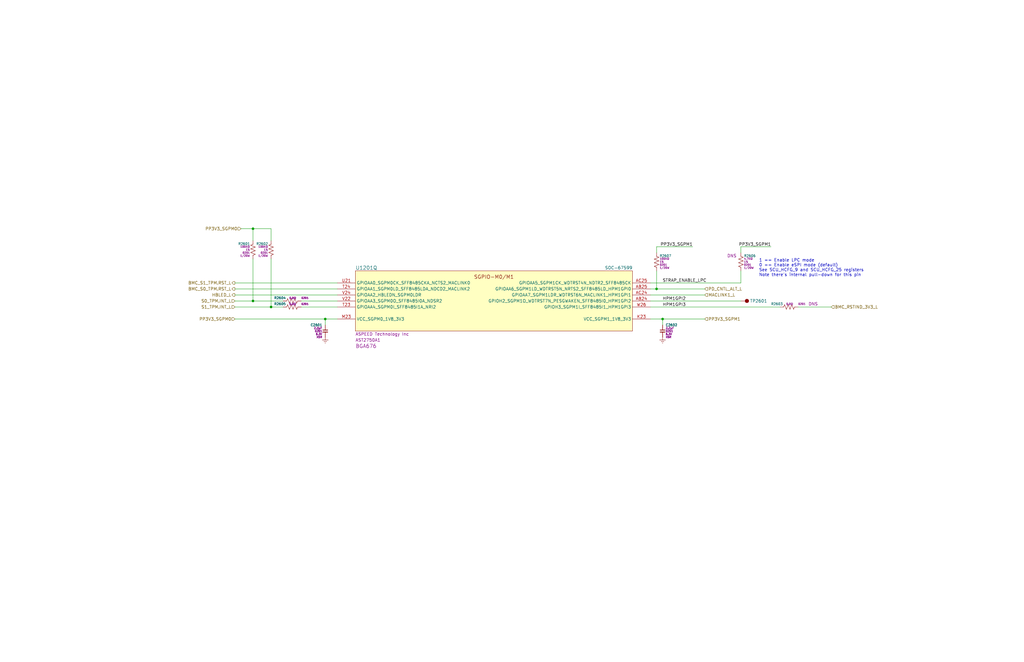
<source format=kicad_sch>
(kicad_sch (version 20231120) (generator "eeschema") (generator_version "8.0")
  (paper "B")
  (title_block (title "${PROJ}") (rev "${REV}") (company "${RPN}") (comment 1 "SGPIO"))
  (lib_symbols
    (symbol "Capacitors, ceramic, Murata:CCM-722AA" (pin_numbers hide) (pin_names (offset 0) hide)
      (property "Reference" "C" (at 1.27 2.54 0))
      (property "val" "2.2µF" (at 1.27 1.27 0))
      (property "pkg" "0201" (at 1.27 0 0))
      (property "volt" "6.3V" (at 1.27 -1.27 0))
      (property "type" "X5R" (at 1.27 -2.54 0))
      (symbol "CCM-722AA_1_1"
        (pin passive line (at 0 2.54 270) (length 2.032) (name "~") (number "1"))
        (pin passive line (at 0 -2.54 90) (length 2.032) (name "~") (number "2"))
      )
    )
    (symbol "Mechanical:TST-01025" (pin_numbers hide) (pin_names (offset 1.016) hide) (in_bom no)
      (property "Reference" "TP" (at 3.81 0 0))
      (symbol "TST-01025_1_1"
        (pin passive line (at 0 0 0) (length 2.54) (name "~") (number "1"))
      )
    )
    (symbol "Power:GND" (power) (pin_names (offset 0)) (in_bom no) (on_board no)
      (symbol "GND_1_1"
        (pin power_in line (at 0 0 270) (length 0) hide (name "GND") (number "1"))
      )
    )
    (symbol "Resistors:RES-0000A" (pin_numbers hide) (pin_names (offset 0) hide)
      (property "Reference" "R" (at 1.27 2.54 0))
      (property "val" "0.0Ω" (at 1.27 1.27 0))
      (property "tol" "<50mΩ" (at 1.27 0 0))
      (property "pkg" "0201" (at 1.27 -1.27 0))
      (property "pwr" "0.5A" (at 1.27 -2.54 0))
      (symbol "RES-0000A_1_1"
        (pin passive line (at 0 3.81 270) (length 1.27) (name "~") (number "1"))
        (pin passive line (at 0 -3.81 90) (length 1.27) (name "~") (number "2"))
      )
    )
    (symbol "Resistors:RES-4470A" (pin_numbers hide) (pin_names (offset 0) hide)
      (property "Reference" "R" (at 1.27 2.54 0))
      (property "val" "4.7KΩ" (at 1.27 1.27 0))
      (property "tol" "1%" (at 1.27 0 0))
      (property "pkg" "0201" (at 1.27 -1.27 0))
      (property "pwr" "1/20W" (at 1.27 -2.54 0))
      (symbol "RES-4470A_1_1"
        (pin passive line (at 0 3.81 270) (length 1.27) (name "~") (number "1"))
        (pin passive line (at 0 -3.81 90) (length 1.27) (name "~") (number "2"))
      )
    )
    (symbol "Resistors:RES-6100A" (pin_numbers hide) (pin_names (offset 0) hide)
      (property "Reference" "R" (at 1.27 2.54 0))
      (property "val" "100KΩ" (at 1.27 1.27 0))
      (property "tol" "1%" (at 1.27 0 0))
      (property "pkg" "0201" (at 1.27 -1.27 0))
      (property "pwr" "1/20W" (at 1.27 -2.54 0))
      (symbol "RES-6100A_1_1"
        (pin passive line (at 0 3.81 270) (length 1.27) (name "~") (number "1"))
        (pin passive line (at 0 -3.81 90) (length 1.27) (name "~") (number "2"))
      )
    )
    (symbol "SoCs, non-Rivos:SOC-67599"
      (property "Reference" "U" (at -17.78 57.15 0))
      (property "Value" "SOC-67599" (at 17.78 57.15 0))
      (property "mfr" "ASPEED Technology Inc" (at -17.78 -58.42 0))
      (property "mpn" "AST2750A1" (at -17.78 -60.96 0))
      (property "pkg" "BGA676" (at -17.78 -63.5 0))
      (symbol "SOC-67599_1_1"
        (text "PCIe0" (at -8.89 22.86 0) (effects (font (size 1.524 1.524)) (justify left)))
        (text "PCIe1" (at 2.54 22.86 0) (effects (font (size 1.524 1.524)) (justify left)))
        (pin input line (at -27.94 20.32 0) (length 7.62) (name "PE0CK_P") (number "AA10"))
        (pin passive line (at -27.94 -20.32 0) (length 7.62) hide (name "VCC_PEG4_1V8[1:0]") (number "AA7"))
        (pin power_in line (at -27.94 -10.16 0) (length 7.62) (name "VCC_PEG4_0V8[1:0]") (number "AA8"))
        (pin input inverted_clock (at 27.94 17.78 180) (length 7.62) (name "PE1CK_N") (number "AA9"))
        (pin input inverted_clock (at -27.94 17.78 0) (length 7.62) (name "PE0CK_N") (number "AB10"))
        (pin passive line (at -27.94 -10.16 0) (length 7.62) hide (name "VCC_PEG4_0V8[1:0]") (number "AB8"))
        (pin input inverted (at 27.94 2.54 180) (length 7.62) (name "PE1RX_N") (number "AC7"))
        (pin output inverted (at 27.94 10.16 180) (length 7.62) (name "PE1TX_N") (number "AC9"))
        (pin input line (at 27.94 -10.16 180) (length 7.62) (name "PCIEREF") (number "AD11"))
        (pin input line (at 27.94 5.08 180) (length 7.62) (name "PE1RX_P") (number "AD7"))
        (pin output line (at 27.94 12.7 180) (length 7.62) (name "PE1TX_P") (number "AD9"))
        (pin output line (at -27.94 12.7 0) (length 7.62) (name "PE0TX_P") (number "AE10"))
        (pin bidirectional line (at 27.94 -2.54 180) (length 7.62) (name "PCIE1RSTN1v8") (number "AE3"))
        (pin input line (at -27.94 5.08 0) (length 7.62) (name "PE0RX_P") (number "AE8"))
        (pin output inverted (at -27.94 10.16 0) (length 7.62) (name "PE0TX_N") (number "AF10"))
        (pin bidirectional line (at -27.94 -2.54 0) (length 7.62) (name "PCIE0RSTN1v8") (number "AF2"))
        (pin input inverted (at -27.94 2.54 0) (length 7.62) (name "PE0RX_N") (number "AF8"))
        (pin power_in line (at -27.94 -20.32 0) (length 7.62) (name "VCC_PEG4_1V8[1:0]") (number "Y8"))
        (pin input line (at 27.94 20.32 180) (length 7.62) (name "PE1CK_P") (number "Y9"))
      )
      (symbol "SOC-67599_2_1"
        (text "DP HBR" (at 0 11.43 0) (effects (font (size 1.524 1.524))))
        (pin input line (at 27.94 -8.89 180) (length 7.62) (name "DPHPD1v8") (number "AA6"))
        (pin power_in line (at -27.94 -8.89 0) (length 7.62) (name "VCC_DP_VCC12A_1V2") (number "AB5"))
        (pin power_in line (at -27.94 1.27 0) (length 7.62) (name "VCC_DP_VCC18A_1V8") (number "AB6"))
        (pin bidirectional inverted (at -27.94 6.35 0) (length 7.62) (name "DPAUX_N") (number "AC5"))
        (pin bidirectional line (at -27.94 8.89 0) (length 7.62) (name "DPAUX_P") (number "AD5"))
        (pin output inverted (at 27.94 -1.27 180) (length 7.62) (name "DPMLTX1_N") (number "AE5"))
        (pin output inverted (at 27.94 6.35 180) (length 7.62) (name "DPMLTX0_N") (number "AE6"))
        (pin output line (at 27.94 1.27 180) (length 7.62) (name "DPMLTX1_P") (number "AF5"))
        (pin output line (at 27.94 8.89 180) (length 7.62) (name "DPMLTX0_P") (number "AF6"))
      )
      (symbol "SOC-67599_3_1"
        (text "DDR4/DDR5" (at 0 53.34 0) (effects (font (size 1.524 1.524))))
        (pin output line (at 25.4 43.18 180) (length 7.62) (name "DDR5CK_P") (number "AA1"))
        (pin output inverted_clock (at 25.4 40.64 180) (length 7.62) (name "DDR5CK_N") (number "AA2"))
        (pin bidirectional line (at 25.4 -5.08 180) (length 7.62) (name "DDR4CA10") (number "AA4"))
        (pin output inverted_clock (at 25.4 48.26 180) (length 7.62) (name "DDR4CK_N") (number "AB1"))
        (pin output line (at 25.4 50.8 180) (length 7.62) (name "DDR4CK_P") (number "AB2"))
        (pin bidirectional line (at 25.4 35.56 180) (length 7.62) (name "DDR4BA0") (number "AB3"))
        (pin bidirectional line (at 25.4 33.02 180) (length 7.62) (name "DDR4BA1") (number "AC1"))
        (pin output output_low (at 25.4 -22.86 180) (length 7.62) (name "DDR4CASN") (number "AC3"))
        (pin bidirectional line (at 25.4 -12.7 180) (length 7.62) (name "DDR4CA13") (number "AD1"))
        (pin output output_low (at 25.4 -27.94 180) (length 7.62) (name "DDR4RASN") (number "AD2"))
        (pin output output_low (at 25.4 -40.64 180) (length 7.62) (name "DDR4CSN") (number "AD3"))
        (pin output output_low (at 25.4 -25.4 180) (length 7.62) (name "DDR4WEN") (number "AE1"))
        (pin output line (at 25.4 -45.72 180) (length 7.62) (name "DDR_ODT") (number "AE2"))
        (pin bidirectional inverted (at -25.4 33.02 0) (length 7.62) (name "DDRDQS0_N") (number "G1"))
        (pin bidirectional line (at -25.4 35.56 0) (length 7.62) (name "DDRDQS0_P") (number "G2"))
        (pin bidirectional line (at -25.4 22.86 0) (length 7.62) (name "DDRDQ0") (number "G3"))
        (pin bidirectional line (at -25.4 15.24 0) (length 7.62) (name "DDRDQ3") (number "H3"))
        (pin bidirectional line (at -25.4 20.32 0) (length 7.62) (name "DDRDQ1") (number "H4"))
        (pin bidirectional line (at -25.4 7.62 0) (length 7.62) (name "DDRDQ6") (number "J1"))
        (pin output line (at -25.4 27.94 0) (length 7.62) (name "DDRDM0") (number "J2"))
        (pin bidirectional line (at -25.4 12.7 0) (length 7.62) (name "DDRDQ4") (number "J3"))
        (pin bidirectional line (at -25.4 17.78 0) (length 7.62) (name "DDRDQ2") (number "J4"))
        (pin bidirectional line (at -25.4 5.08 0) (length 7.62) (name "DDRDQ7") (number "K2"))
        (pin bidirectional line (at -25.4 10.16 0) (length 7.62) (name "DDRDQ5") (number "K3"))
        (pin bidirectional line (at -25.4 -12.7 0) (length 7.62) (name "DDRDQ8") (number "L3"))
        (pin bidirectional inverted (at -25.4 -2.54 0) (length 7.62) (name "DDRDQS1_N") (number "M1"))
        (pin bidirectional line (at -25.4 0 0) (length 7.62) (name "DDRDQS1_P") (number "M2"))
        (pin bidirectional line (at -25.4 -15.24 0) (length 7.62) (name "DDRDQ9") (number "M3"))
        (pin bidirectional line (at -25.4 -20.32 0) (length 7.62) (name "DDRDQ11") (number "M4"))
        (pin bidirectional line (at -25.4 -25.4 0) (length 7.62) (name "DDRDQ13") (number "N1"))
        (pin bidirectional line (at -25.4 -17.78 0) (length 7.62) (name "DDRDQ10") (number "N2"))
        (pin output line (at -25.4 -7.62 0) (length 7.62) (name "DDRDM1") (number "N3"))
        (pin bidirectional line (at -25.4 -30.48 0) (length 7.62) (name "DDRDQ15") (number "P1"))
        (pin bidirectional line (at -25.4 -27.94 0) (length 7.62) (name "DDRDQ14") (number "P3"))
        (pin bidirectional line (at -25.4 -22.86 0) (length 7.62) (name "DDRDQ12") (number "P4"))
        (pin bidirectional line (at 25.4 -17.78 180) (length 7.62) (name "DDR4CKE_DDR5CSN") (number "R2"))
        (pin output output_low (at 25.4 -38.1 180) (length 7.62) (name "DDR4ACTN_DDR5CA2") (number "R3"))
        (pin bidirectional line (at 25.4 25.4 180) (length 7.62) (name "DDR4BG1_DDR5CA1") (number "R4"))
        (pin bidirectional line (at 25.4 2.54 180) (length 7.62) (name "DDR4CA7_DDR5CA6") (number "T1"))
        (pin bidirectional line (at 25.4 27.94 180) (length 7.62) (name "DDR4BG0_DDR5CA0") (number "T2"))
        (pin open_collector line (at 25.4 -33.02 180) (length 7.62) (name "DDR_ALERTN") (number "T4"))
        (pin bidirectional line (at 25.4 -2.54 180) (length 7.62) (name "DDR4CA9_DDR5CA3") (number "U1"))
        (pin bidirectional line (at 25.4 -10.16 180) (length 7.62) (name "DDR4CA12_DDR5CA4") (number "U2"))
        (pin bidirectional line (at 25.4 -7.62 180) (length 7.62) (name "DDR4CA11_DDR5CA5") (number "U3"))
        (pin bidirectional line (at 25.4 5.08 180) (length 7.62) (name "DDR4CA6_DDR5CA8") (number "U4"))
        (pin bidirectional line (at 25.4 0 180) (length 7.62) (name "DDR4CA8_DDR5CA7") (number "V1"))
        (pin bidirectional line (at 25.4 10.16 180) (length 7.62) (name "DDR4CA4_DDR5CA10") (number "V3"))
        (pin bidirectional line (at 25.4 15.24 180) (length 7.62) (name "DDR4CA2_DDR5CA12") (number "V4"))
        (pin output line (at -25.4 -48.26 0) (length 7.62) (name "DDRATO") (number "V5"))
        (pin bidirectional line (at 25.4 12.7 180) (length 7.62) (name "DDR4CA3_DDR5CA11") (number "W1"))
        (pin bidirectional line (at 25.4 7.62 180) (length 7.62) (name "DDR4CA5_DDR5CA9") (number "W2"))
        (pin bidirectional line (at 25.4 20.32 180) (length 7.62) (name "DDR4CA0") (number "W3"))
        (pin input line (at 25.4 -50.8 180) (length 7.62) (name "DDR_ZN") (number "W4"))
        (pin bidirectional line (at 25.4 17.78 180) (length 7.62) (name "DDR4CA1_DDR5CA13") (number "Y1"))
        (pin output output_low (at 25.4 -35.56 180) (length 7.62) (name "DDRRESETN") (number "Y2"))
        (pin output line (at -25.4 -50.8 0) (length 7.62) (name "DDRDTO") (number "Y3"))
      )
      (symbol "SOC-67599_4_1"
        (text "UFS 2.1" (at 0 13.97 0) (effects (font (size 1.524 1.524))))
        (pin output line (at 27.94 11.43 180) (length 7.62) (name "UFSTX0_P") (number "A2"))
        (pin input line (at 27.94 -8.89 180) (length 7.62) (name "UFSRX1_P") (number "B1"))
        (pin output inverted (at 27.94 8.89 180) (length 7.62) (name "UFSTX0_N") (number "B2"))
        (pin input inverted (at 27.94 -11.43 180) (length 7.62) (name "UFSRX1_N") (number "C1"))
        (pin output line (at 27.94 6.35 180) (length 7.62) (name "UFSTX1_P") (number "C2"))
        (pin input line (at 27.94 -3.81 180) (length 7.62) (name "UFSRX0_P") (number "D1"))
        (pin output inverted (at 27.94 3.81 180) (length 7.62) (name "UFSTX1_N") (number "D2"))
        (pin input inverted (at 27.94 -6.35 180) (length 7.62) (name "UFSRX0_N") (number "E1"))
        (pin output clock (at -27.94 11.43 0) (length 7.62) (name "UFSREFCK1v2") (number "E2"))
        (pin output output_low (at -27.94 6.35 0) (length 7.62) (name "UFSRSTN1v2") (number "F2"))
        (pin power_in line (at -27.94 -11.43 0) (length 7.62) (name "VCC_UFS_0V8") (number "K7"))
        (pin power_in line (at -27.94 -1.27 0) (length 7.62) (name "VCC_UFS_1V8") (number "L8"))
      )
      (symbol "SOC-67599_5_1"
        (text "USB2C supports USB-to-UART\n(access to UART11 and UART12)" (at -5.08 16.51 0) (effects (font (size 1 1)) (justify left)))
        (text "USB3.1 Gen2" (at 0 39.37 0) (effects (font (size 1.524 1.524))))
        (pin output inverted (at -27.94 34.29 0) (length 7.62) (name "USB3ATX_N") (number "A3"))
        (pin bidirectional line (at 27.94 29.21 180) (length 7.62) (name "USB2B_P") (number "A4"))
        (pin input inverted (at -27.94 11.43 0) (length 7.62) (name "USB3BRX_N") (number "A5"))
        (pin output line (at -27.94 36.83 0) (length 7.62) (name "USB3ATX_P") (number "B3"))
        (pin bidirectional inverted (at 27.94 26.67 180) (length 7.62) (name "USB2B_N") (number "B4"))
        (pin input line (at -27.94 13.97 0) (length 7.62) (name "USB3BRX_P") (number "B5"))
        (pin bidirectional line (at 27.94 36.83 180) (length 7.62) (name "USB2A_P") (number "C3"))
        (pin input line (at -27.94 29.21 0) (length 7.62) (name "USB3ARX_P") (number "C5"))
        (pin bidirectional inverted (at 27.94 34.29 180) (length 7.62) (name "USB2A_N") (number "D3"))
        (pin input inverted (at -27.94 26.67 0) (length 7.62) (name "USB3ARX_N") (number "D5"))
        (pin input line (at 27.94 -31.75 180) (length 7.62) (name "USB2ATXRTUNE") (number "E3"))
        (pin input line (at -27.94 -31.75 0) (length 7.62) (name "USB3RESREF") (number "E4"))
        (pin output line (at -27.94 21.59 0) (length 7.62) (name "USB3BTX_P") (number "E6"))
        (pin input line (at 27.94 -36.83 180) (length 7.62) (name "USB2BTXRTUNE") (number "F5"))
        (pin output inverted (at -27.94 19.05 0) (length 7.62) (name "USB3BTX_N") (number "F6"))
        (pin power_in line (at 27.94 3.81 180) (length 7.62) (name "VCCA_USB2C_3V3") (number "G15"))
        (pin input clock (at -27.94 6.35 0) (length 7.62) (name "USB25CK_P") (number "G6"))
        (pin bidirectional line (at 27.94 21.59 180) (length 7.62) (name "USB2C_P") (number "H15"))
        (pin input inverted_clock (at -27.94 3.81 0) (length 7.62) (name "USB25CK_N") (number "H6"))
        (pin bidirectional inverted (at 27.94 19.05 180) (length 7.62) (name "USB2C_N") (number "J15"))
        (pin power_in line (at 27.94 6.35 180) (length 7.62) (name "VCC_USB2_3V3") (number "J7"))
        (pin power_in line (at -27.94 -8.89 0) (length 7.62) (name "VCC_USB3_1V8[1:0]") (number "K10"))
        (pin power_in line (at 27.94 -19.05 180) (length 7.62) (name "VCC_USB2_0V8") (number "K11"))
        (pin power_in line (at 27.94 1.27 180) (length 7.62) (name "VCCA_USB2D_3V3") (number "K14"))
        (pin bidirectional line (at 27.94 13.97 180) (length 7.62) (name "USB2D_P") (number "K15"))
        (pin power_in line (at -27.94 -19.05 0) (length 7.62) (name "VCC_USB3_0V8[1:0]") (number "K9"))
        (pin passive line (at -27.94 -8.89 0) (length 7.62) hide (name "VCC_USB3_1V8[1:0]") (number "L10"))
        (pin power_in line (at 27.94 -8.89 180) (length 7.62) (name "VCC_USB2_1V8") (number "L11"))
        (pin bidirectional inverted (at 27.94 11.43 180) (length 7.62) (name "USB2D_N") (number "L15"))
        (pin passive line (at -27.94 -19.05 0) (length 7.62) hide (name "VCC_USB3_0V8[1:0]") (number "L9"))
      )
      (symbol "SOC-67599_6_1"
        (text "eMMC" (at -5.08 36.83 0) (effects (font (size 1.524 1.524))))
        (text "JTAG0 (M/S)" (at 7.62 29.21 0) (effects (font (size 1.524 1.524)) (justify left)))
        (text "JTAG1 (M)" (at 1.27 12.7 0) (effects (font (size 1.524 1.524)) (justify left)))
        (text "LTPI1 Rx" (at 10.16 -24.13 0) (effects (font (size 1.524 1.524)) (justify left)))
        (text "LTPI1 Tx" (at 10.16 -8.89 0) (effects (font (size 1.524 1.524)) (justify left)))
        (text "LTPI2 Rx" (at -10.16 -24.13 0) (effects (font (size 1.524 1.524)) (justify right)))
        (text "LTPI2 Tx" (at -10.16 -8.89 0) (effects (font (size 1.524 1.524)) (justify right)))
        (pin input line (at 45.72 29.21 180) (length 7.62) (name "TMS01v8") (number "AA5"))
        (pin bidirectional line (at -45.72 21.59 0) (length 7.62) (name "EMMCDAT3_GPIO18A5") (number "AB13"))
        (pin input input_low (at -45.72 1.27 0) (length 7.62) (name "EMMCCDN_VB0CSN_GPIO18A6") (number "AB14"))
        (pin bidirectional line (at -45.72 13.97 0) (length 7.62) (name "EMMCDAT5_VB0MISO_GPIO18B1_UFSCLKI") (number "AC13"))
        (pin output clock (at -45.72 34.29 0) (length 7.62) (name "EMMCCLK_VB1CSN_GPIO18A0") (number "AC14"))
        (pin input inverted (at 45.72 -29.21 180) (length 7.62) (name "LTPI1RX_N") (number "AC21"))
        (pin output line (at 45.72 -11.43 180) (length 7.62) (name "LTPI1TX_P") (number "AC23"))
        (pin bidirectional line (at -45.72 11.43 0) (length 7.62) (name "EMMCDAT6_DDCCLK_GPIO18B2") (number "AD13"))
        (pin bidirectional line (at -45.72 29.21 0) (length 7.62) (name "EMMCDAT0_VB1MOSI_GPIO18A2") (number "AD14"))
        (pin input line (at 45.72 -26.67 180) (length 7.62) (name "LTPI1RX_P") (number "AD21"))
        (pin output inverted (at 45.72 -13.97 180) (length 7.62) (name "LTPI1TX_N") (number "AD23"))
        (pin input input_low (at 45.72 34.29 180) (length 7.62) (name "NTRST01v8") (number "AD4"))
        (pin bidirectional line (at -45.72 8.89 0) (length 7.62) (name "EMMCDAT7_DDCDAT_GPIO18B3") (number "AE13"))
        (pin bidirectional line (at -45.72 26.67 0) (length 7.62) (name "EMMCDAT1_VB1MISO_GPIO18A3") (number "AE14"))
        (pin bidirectional line (at -45.72 3.81 0) (length 7.62) (name "EMMCCMD_VB1CK_GPIO18A1") (number "AE15"))
        (pin input inverted_clock (at 45.72 -21.59 180) (length 7.62) (name "LTPI1RXCK_N") (number "AE22"))
        (pin output inverted (at 45.72 -6.35 180) (length 7.62) (name "LTPI1TXCK_N") (number "AE24"))
        (pin input line (at 45.72 24.13 180) (length 7.62) (name "TDI01v8") (number "AE4"))
        (pin bidirectional line (at -45.72 16.51 0) (length 7.62) (name "EMMCDAT4_VB0MOSI_GPIO18B0") (number "AF13"))
        (pin bidirectional line (at -45.72 24.13 0) (length 7.62) (name "EMMCDAT2_GPIO18A4") (number "AF14"))
        (pin input clock (at 45.72 -19.05 180) (length 7.62) (name "LTPI1RXCK_P") (number "AF22"))
        (pin output line (at 45.72 -3.81 180) (length 7.62) (name "LTPI1TXCK_P") (number "AF24"))
        (pin input clock (at 45.72 31.75 180) (length 7.62) (name "TCK01v8") (number "AF3"))
        (pin output line (at 45.72 26.67 180) (length 7.62) (name "TDO01v8") (number "AF4"))
        (pin output output_low (at 45.72 19.05 180) (length 7.62) (name "GPIOQ2_MNTRST13v3") (number "D12"))
        (pin output line (at 45.72 13.97 180) (length 7.62) (name "GPIOQ4_MTMS13v3") (number "E11"))
        (pin output line (at 45.72 16.51 180) (length 7.62) (name "GPIOQ3_MTCK13v3") (number "F10"))
        (pin output line (at 45.72 11.43 180) (length 7.62) (name "GPIOQ5_MTDI13v3") (number "F11"))
        (pin input line (at 45.72 8.89 180) (length 7.62) (name "GPIOQ6_MTDO13v3") (number "F13"))
        (pin power_in line (at 45.72 3.81 180) (length 7.62) (name "VCC_BMC_3V3[3:0]") (number "G13"))
        (pin power_in line (at -45.72 -34.29 0) (length 7.62) (name "VCC_LTPIIO2_1V8[1:0]") (number "P19"))
        (pin power_in line (at 45.72 -34.29 180) (length 7.62) (name "VCC_LTPIIO_1V8[1:0]") (number "P20"))
        (pin passive line (at 45.72 -34.29 180) (length 7.62) hide (name "VCC_LTPIIO_1V8[1:0]") (number "P21"))
        (pin passive line (at -45.72 -34.29 0) (length 7.62) hide (name "VCC_LTPIIO2_1V8[1:0]") (number "R20"))
        (pin output inverted (at -45.72 -6.35 0) (length 7.62) (name "LTPI2TXCK_N") (number "T25"))
        (pin output line (at -45.72 -3.81 0) (length 7.62) (name "LTPI2TXCK_P") (number "T26"))
        (pin output inverted (at -45.72 -13.97 0) (length 7.62) (name "LTPI2TX_N") (number "U23"))
        (pin output line (at -45.72 -11.43 0) (length 7.62) (name "LTPI2TX_P") (number "U24"))
        (pin input inverted_clock (at -45.72 -21.59 0) (length 7.62) (name "LTPI2RXCK_N") (number "V25"))
        (pin input clock (at -45.72 -19.05 0) (length 7.62) (name "LTPI2RXCK_P") (number "V26"))
        (pin input inverted (at -45.72 -29.21 0) (length 7.62) (name "LTPI2RX_N") (number "W23"))
        (pin input line (at -45.72 -26.67 0) (length 7.62) (name "LTPI2RX_P") (number "W24"))
      )
      (symbol "SOC-67599_7_1"
        (text "eSPI0/1" (at 0 13.97 0) (effects (font (size 1.524 1.524))))
        (pin input input_low (at -58.42 3.81 0) (length 7.62) (name "ESPI0CSN_L0FRAMEN_GPIOM5") (number "B13"))
        (pin bidirectional line (at -58.42 -6.35 0) (length 7.62) (name "ESPI0D3_L0AD3_GPIOM3") (number "B14"))
        (pin bidirectional line (at -58.42 -3.81 0) (length 7.62) (name "ESPI0D2_L0AD2_GPIOM2") (number "B15"))
        (pin bidirectional line (at -58.42 1.27 0) (length 7.62) (name "ESPI0D0_L0AD0_GPIOM0") (number "B16"))
        (pin open_collector line (at 58.42 6.35 180) (length 7.62) (name "ESPI1ALTN_L1SIRQN_SD0CMD_GPIOA2_SDA3_VPIVS") (number "C11"))
        (pin bidirectional line (at 58.42 -3.81 180) (length 7.62) (name "ESPI1D2_L1AD2_SD0DAT2_GPIOA6_SDA2") (number "C12"))
        (pin bidirectional line (at 58.42 -6.35 180) (length 7.62) (name "ESPI1D3_L1AD3_SD0DAT3_GPIOA7_SCL3") (number "C13"))
        (pin input input_low (at 58.42 8.89 180) (length 7.62) (name "ESPI1RSTN_LPC1RSTN_SD0CDN_GPIOA1_SCL1_VPIHS") (number "C14"))
        (pin input input_low (at -58.42 8.89 0) (length 7.62) (name "ESPI0RSTN_LPC0RSTN_GPIOM7") (number "C15"))
        (pin input clock (at 58.42 11.43 180) (length 7.62) (name "ESPI1CK_L1CLK_SD0CLK_GPIOA0_SCL0_VPICLK") (number "C16"))
        (pin input clock (at -58.42 11.43 0) (length 7.62) (name "ESPI0CK_L0CLK_OSCCLK_GPIOM4") (number "C17"))
        (pin bidirectional line (at 58.42 -1.27 180) (length 7.62) (name "ESPI1D1_L1AD1_SD0DAT1_GPIOA5_SCL2_VPIR1") (number "D10"))
        (pin bidirectional line (at -58.42 -1.27 0) (length 7.62) (name "ESPI0D1_L0AD1_GPIOM1") (number "D14"))
        (pin input input_low (at 58.42 3.81 180) (length 7.62) (name "ESPI1CSN_L1FRAMEN_SD0WPN_GPIOA3_SDA0_VPIDE") (number "D9"))
        (pin open_collector line (at -58.42 6.35 0) (length 7.62) (name "ESPI0ALTN_L0SIRQN_GPIOM6") (number "E14"))
        (pin bidirectional line (at 58.42 1.27 180) (length 7.62) (name "ESPI1D0_L1AD0_SD0DAT0_GPIOA4_SDA1_VPIR0") (number "F14"))
        (pin power_in line (at 58.42 -11.43 180) (length 7.62) (name "VCC_ESPI1_1V8_3V3") (number "G17"))
        (pin power_in line (at -58.42 -11.43 0) (length 7.62) (name "VCC_ESPI0_1V8_3V3") (number "G18"))
      )
      (symbol "SOC-67599_8_1"
        (text "AST27x0A1: BOOT_FROM_UART strap at pin W16\n0: Disable (int. pulldown)\n1: Enable (ext. pullup required)" (at -29.21 -17.78 0) (effects (font (size 1 1)) (justify left)))
        (text "AST27x0A1: HeartBeat LED function strap at pin AC16\n0: Enable (int. pulldown)\n1: Disable (ext. pullup required)" (at -36.83 12.7 0) (effects (font (size 1 1)) (justify left)))
        (text "AST27x0A1: LTPI CRC mode sel. strap at pin AA14\n0: CRC option 1 (int. pulldown)\n1: CRC option 2" (at -29.21 -11.43 0) (effects (font (size 1 1)) (justify left)))
        (text "Debug / Boot from UART" (at -6.35 -26.67 0) (effects (font (size 1.524 1.524)) (justify left)))
        (text "UART / GPIO" (at -1.27 33.02 0) (effects (font (size 1.524 1.524))))
        (pin bidirectional line (at -52.07 -7.62 0) (length 7.62) (name "GPIOF5_NRTS1") (number "AA14"))
        (pin bidirectional line (at -52.07 5.08 0) (length 7.62) (name "GPIOF0_NCTS1_SIOONCTRLN1_HPM1GPO0") (number "AA15"))
        (pin bidirectional line (at -52.07 27.94 0) (length 7.62) (name "GPIOE1_NDCD0_SIOPBIN1") (number "AA16"))
        (pin bidirectional line (at 52.07 20.32 180) (length 7.62) (name "GPIOG3_RXD3_WDTRST1N_PWM9_SDA12_SM1CLKI") (number "AA17"))
        (pin bidirectional line (at -52.07 2.54 0) (length 7.62) (name "GPIOF1_NDCD1_SIOPWRGD1_HPM1GPO1") (number "AB15"))
        (pin bidirectional line (at -52.07 17.78 0) (length 7.62) (name "GPIOE5_NRTS0_SIOPWREQN1") (number "AB16"))
        (pin output line (at 52.07 7.62 180) (length 7.62) (name "TXD5_GPIOG4_WDTRST2N_PWM10_SCL13_SM1MOSII") (number "AB17"))
        (pin bidirectional line (at 52.07 30.48 180) (length 7.62) (name "GPIOG0_TXD2") (number "AB18"))
        (pin bidirectional line (at -52.07 0 0) (length 7.62) (name "GPIOF2_NDSR1_SALT2") (number "AC15"))
        (pin output line (at -52.07 15.24 0) (length 7.62) (name "TXD0") (number "AC16"))
        (pin bidirectional line (at 52.07 0 180) (length 7.62) (name "GPIOG6_TXD6_PWM12_SALT0_SCL14_SM1IO2I") (number "AC17"))
        (pin bidirectional line (at 52.07 27.94 180) (length 7.62) (name "GPIOG1_RXD2_SCL12") (number "AC18"))
        (pin output line (at 52.07 15.24 180) (length 7.62) (name "TXD41v8") (number "AD12"))
        (pin bidirectional line (at -52.07 -2.54 0) (length 7.62) (name "GPIOF3_NRI1_SALT3") (number "AD15"))
        (pin input line (at 52.07 5.08 180) (length 7.62) (name "RXD5_GPIOG5_WDTRST3N_PWM11_SDA13_SM1MISOI") (number "AD16"))
        (pin bidirectional line (at 52.07 -2.54 180) (length 7.62) (name "GPIOG7_RXD6_PWM13_SALT1_SDA14_SM1IO3I") (number "AD17"))
        (pin input line (at 52.07 12.7 180) (length 7.62) (name "RXD41v8") (number "AE12"))
        (pin bidirectional line (at 52.07 -5.08 180) (length 7.62) (name "GPIOH0_TXD7_PWM14_SCL15_SM1CS0NO") (number "AE16"))
        (pin bidirectional line (at 52.07 -7.62 180) (length 7.62) (name "GPIOH1_RXD7_PWM15_SDA15_SM1MUXSEL") (number "AE17"))
        (pin input line (at -52.07 12.7 0) (length 7.62) (name "RXD0") (number "AF16"))
        (pin bidirectional line (at -52.07 30.48 0) (length 7.62) (name "GPIOE0_NCTS0_SIOPBON1") (number "AF17"))
        (pin output line (at 52.07 -22.86 180) (length 7.62) (name "BMCUART_TXD12") (number "D11"))
        (pin input line (at 52.07 -25.4 180) (length 7.62) (name "BMCUART_RXD12") (number "D13"))
        (pin power_in line (at 52.07 -30.48 180) (length 7.62) (name "VCC_BMC_3V3[3:0]") (number "G14"))
        (pin power_in line (at 52.07 -12.7 180) (length 7.62) (name "VCC_PG2_1V8_3V3[1:0]") (number "H16"))
        (pin bidirectional line (at -52.07 20.32 0) (length 7.62) (name "GPIOE4_NDTR0_SIOS5N1") (number "J13"))
        (pin passive line (at 52.07 -12.7 180) (length 7.62) hide (name "VCC_PG2_1V8_3V3[1:0]") (number "J16"))
        (pin bidirectional line (at 52.07 22.86 180) (length 7.62) (name "GPIOG2_TXD3_WDTRST0N_PWM8_SM1CS0NI") (number "K13"))
        (pin power_in line (at -52.07 -22.86 0) (length 7.62) (name "VCC_SYSUART_1V8_3V3[1:0]") (number "K16"))
        (pin passive line (at -52.07 -22.86 0) (length 7.62) hide (name "VCC_SYSUART_1V8_3V3[1:0]") (number "L16"))
        (pin bidirectional line (at -52.07 -12.7 0) (length 7.62) (name "GPIOF7_RXD1") (number "V16"))
        (pin bidirectional line (at -52.07 22.86 0) (length 7.62) (name "GPIOE3_NRI0_SIOS3N1") (number "V17"))
        (pin bidirectional line (at -52.07 -10.16 0) (length 7.62) (name "GPIOF6_TXD1") (number "W16"))
        (pin bidirectional line (at -52.07 -5.08 0) (length 7.62) (name "GPIOF4_NDTR1_HPM1GPO2") (number "Y15"))
        (pin bidirectional line (at -52.07 25.4 0) (length 7.62) (name "GPIOE2_NDSR0_SIOSCIN1") (number "Y16"))
      )
      (symbol "SOC-67599_9_1"
        (text "MISC" (at 0 11.43 0) (effects (font (size 1.524 1.524))))
        (text "PECI" (at -1.27 -3.81 0) (effects (font (size 1.524 1.524)) (justify left)))
        (pin input input_low (at -33.02 3.81 0) (length 7.62) (name "SRSTN1v8") (number "AB11"))
        (pin input input_low (at -33.02 1.27 0) (length 7.62) (name "EXTRSTN1v8") (number "AB12"))
        (pin output output_low (at -33.02 -6.35 0) (length 7.62) (name "RSTIND1v8") (number "AB4"))
        (pin input line (at 33.02 8.89 180) (length 7.62) (name "ENTEST1v8") (number "AC11"))
        (pin input clock (at -33.02 8.89 0) (length 7.62) (name "CLKIN1v8") (number "AC12"))
        (pin bidirectional line (at 33.02 -1.27 180) (length 7.62) (name "PECI") (number "AD24"))
        (pin input input_low (at -33.02 -1.27 0) (length 7.62) (name "SSPRSTN1v8") (number "AF12"))
        (pin input input_low (at -33.02 -8.89 0) (length 7.62) (name "TSTRSTN") (number "AF15"))
        (pin power_in line (at 33.02 -6.35 180) (length 7.62) (name "VCC_PECIVDD_1V0") (number "L23"))
        (pin input input_low (at 33.02 3.81 180) (length 7.62) (name "CHASIN") (number "V15"))
      )
      (symbol "SOC-67599_10_1"
        (text "GPIO / TACH / PWM" (at 0 22.86 0) (effects (font (size 1.524 1.524))))
        (text "SCMGPO[11:0] will drive output 0 during power on until uboot \nconfiguration, make sure no harm to the peripherals connected." (at -49.53 -19.05 0) (effects (font (size 1 1)) (justify left)))
        (pin bidirectional line (at -58.42 17.78 0) (length 7.62) (name "GPIOB1_TACH1_THRUOUT0_SCMGPO1_VPIR3") (number "AA25"))
        (pin bidirectional line (at -58.42 15.24 0) (length 7.62) (name "GPIOB2_TACH2_THRUIN1_SCMGPO2_VPIR4") (number "AB23"))
        (pin bidirectional line (at 58.42 20.32 180) (length 7.62) (name "GPIOC2_TACH10_SALT12_NCTS6_SCMGPO10_VPIG4") (number "AB26"))
        (pin bidirectional line (at -58.42 20.32 0) (length 7.62) (name "GPIOB0_TACH0_THRUIN0_SCMGPO0_VPIR2") (number "AC26"))
        (pin bidirectional line (at 58.42 -15.24 180) (length 7.62) (name "GPIOD7_PWM7_SIOPWRGD0_SM0MUXSEL_HPM0GPO3") (number "AD22"))
        (pin bidirectional line (at 58.42 0 180) (length 7.62) (name "GPIOD1_PWM1_SIOPBIN0_SM0CLKI_HPM0GPI1_VPIB3") (number "AD25"))
        (pin bidirectional line (at 58.42 17.78 180) (length 7.62) (name "GPIOC3_TACH11_SALT13_NDCD6_SCMGPO11_VPIG5") (number "AD26"))
        (pin bidirectional line (at 58.42 -10.16 180) (length 7.62) (name "GPIOD5_PWM5_SIOPWREQN0_SM0IO3I_HPM0GPO1_VPIB7") (number "AE21"))
        (pin bidirectional line (at 58.42 -12.7 180) (length 7.62) (name "GPIOD6_PWM6_SIOONCTRLN0_SM0CS0NO_HPM0GPO2") (number "AE23"))
        (pin bidirectional line (at 58.42 2.54 180) (length 7.62) (name "GPIOD0_PWM0_SIOPBON0_SM0CS0NI_HPM0GPI0_VPIB2") (number "AE25"))
        (pin bidirectional line (at 58.42 12.7 180) (length 7.62) (name "GPIOC5_TACH13_SALT15_NRI6_SCMGPI1_VPIG7") (number "AE26"))
        (pin bidirectional line (at 58.42 -5.08 180) (length 7.62) (name "GPIOD3_PWM3_SIOS3N0_SM0MISOI_HPM0GPI3_VPIB5") (number "AF20"))
        (pin bidirectional line (at 58.42 -7.62 180) (length 7.62) (name "GPIOD4_PWM4_SIOS5N0_SM0IO2I_HPM0GPO0_VPIB6") (number "AF21"))
        (pin bidirectional line (at 58.42 -2.54 180) (length 7.62) (name "GPIOD2_PWM2_SIOSCIN0_SM0MOSII_HPM0GPI2_VPIB4") (number "AF23"))
        (pin bidirectional line (at 58.42 7.62 180) (length 7.62) (name "GPIOC7_TACH15_NRTS6_SM0CS0NI_SCMGPI3_VPIB1") (number "AF25"))
        (pin bidirectional line (at 58.42 10.16 180) (length 7.62) (name "GPIOC6_TACH14_NDTR6_SCMGPI2_VPIB0") (number "AF26"))
        (pin power_in line (at 58.42 -20.32 180) (length 7.62) (name "VCC_PG1_1V8_3V3[1:0]") (number "L25"))
        (pin power_in line (at -58.42 -7.62 0) (length 7.62) (name "VCC_PG0_1V8_3V3") (number "M24"))
        (pin passive line (at 58.42 -20.32 180) (length 7.62) hide (name "VCC_PG1_1V8_3V3[1:0]") (number "M25"))
        (pin bidirectional line (at -58.42 2.54 0) (length 7.62) (name "GPIOB7_TACH7_NRI5_SCMGPO7_VPIG1") (number "N25"))
        (pin bidirectional line (at -58.42 7.62 0) (length 7.62) (name "GPIOB5_TACH5_NDCD5_SCMGPO5_VPIR7") (number "N26"))
        (pin bidirectional line (at -58.42 5.08 0) (length 7.62) (name "GPIOB6_TACH6_NDSR5_SCMGPO6_VPIG0") (number "P25"))
        (pin bidirectional line (at 58.42 15.24 180) (length 7.62) (name "GPIOC4_TACH12_SALT14_NDSR6_SCMGPI0_VPIG6") (number "P26"))
        (pin bidirectional line (at -58.42 12.7 0) (length 7.62) (name "GPIOB3_TACH3_THRUOUT1_SCMGPO3_VPIR5") (number "U22"))
        (pin bidirectional line (at -58.42 10.16 0) (length 7.62) (name "GPIOB4_TACH4_NCTS5_SCMGPO4_VPIR6") (number "V21"))
        (pin bidirectional line (at -58.42 0 0) (length 7.62) (name "GPIOC0_TACH8_NDTR5_SCMGPO8_VPIG2") (number "V23"))
        (pin bidirectional line (at -58.42 -2.54 0) (length 7.62) (name "GPIOC1_TACH9_NRTS5_SCMGPO9_VPIG3") (number "W22"))
      )
      (symbol "SOC-67599_11_1"
        (text "FSI/I3CLV1" (at -15.24 -25.4 0) (effects (font (size 1.524 1.524)) (justify left)))
        (text "I3CHV0" (at 7.62 26.67 0) (effects (font (size 1.524 1.524)) (justify left)))
        (text "I3CHV1" (at -15.24 26.67 0) (effects (font (size 1.524 1.524)) (justify left)))
        (text "I3CLV1" (at -15.24 -5.08 0) (effects (font (size 1.524 1.524)) (justify left)))
        (pin bidirectional line (at -55.88 -2.54 0) (length 7.62) (name "GPIOJ3_I3CSDA5") (number "AA20"))
        (pin bidirectional line (at -55.88 -20.32 0) (length 7.62) (name "GPIOK2_I3CSCL9_FSI1CLK") (number "AA21"))
        (pin bidirectional line (at -55.88 -5.08 0) (length 7.62) (name "GPIOJ4_I3CSCL6") (number "AA22"))
        (pin bidirectional line (at -55.88 27.94 0) (length 7.62) (name "GPIOI4_HVI3C14SCL_SCL14") (number "AA23"))
        (pin bidirectional line (at 55.88 30.48 180) (length 7.62) (name "GPIOL3_HVI3CSDA1_SDA9") (number "AA24"))
        (pin bidirectional line (at 55.88 25.4 180) (length 7.62) (name "GPIOL5_HVI3CSDA2_SDA10") (number "AA26"))
        (pin bidirectional line (at -55.88 -7.62 0) (length 7.62) (name "GPIOJ5_I3CSDA6") (number "AB20"))
        (pin bidirectional line (at -55.88 -22.86 0) (length 7.62) (name "GPIOK3_I3CSDA9_FSI1DATA") (number "AB21"))
        (pin bidirectional line (at -55.88 22.86 0) (length 7.62) (name "GPIOI6_HVI3C15SCL_SCL15") (number "AB22"))
        (pin bidirectional line (at -55.88 -25.4 0) (length 7.62) (name "GPIOK4_I3CSCL10_FSI2CLK") (number "AC19"))
        (pin bidirectional line (at -55.88 -17.78 0) (length 7.62) (name "GPIOK1_I3CSDA8_FSI0DATA") (number "AC20"))
        (pin bidirectional line (at -55.88 25.4 0) (length 7.62) (name "GPIOI5_HVI3C14SDA_SDA14") (number "AC22"))
        (pin bidirectional line (at -55.88 -33.02 0) (length 7.62) (name "GPIOK7_I3CSDA11_FSI3DATA") (number "AD18"))
        (pin bidirectional line (at -55.88 -30.48 0) (length 7.62) (name "GPIOK6_I3CSCL11_FSI3CLK") (number "AD19"))
        (pin bidirectional line (at -55.88 -15.24 0) (length 7.62) (name "GPIOK0_I3CSCL8_FSI0CLK") (number "AD20"))
        (pin bidirectional line (at -55.88 -27.94 0) (length 7.62) (name "GPIOK5_I3CSDA10_FSI2DATA") (number "AE18"))
        (pin bidirectional line (at -55.88 -12.7 0) (length 7.62) (name "GPIOJ7_I3CSDA7") (number "AE19"))
        (pin bidirectional line (at -55.88 5.08 0) (length 7.62) (name "GPIOJ0_I3CSCL4") (number "AE20"))
        (pin bidirectional line (at -55.88 -10.16 0) (length 7.62) (name "GPIOJ6_I3CSCL7") (number "AF18"))
        (pin bidirectional line (at -55.88 2.54 0) (length 7.62) (name "GPIOJ1_I3CSDA4") (number "AF19"))
        (pin power_in line (at -55.88 -38.1 0) (length 7.62) (name "VCC_I3CVDDL1_1V0[2:0]") (number "N24"))
        (pin power_in line (at 55.88 15.24 180) (length 7.62) (name "VCC_I3CVDDH0_1V8_3V3[1:0]") (number "P22"))
        (pin passive line (at 55.88 15.24 180) (length 7.62) hide (name "VCC_I3CVDDH0_1V8_3V3[1:0]") (number "P23"))
        (pin passive line (at -55.88 -38.1 0) (length 7.62) hide (name "VCC_I3CVDDL1_1V0[2:0]") (number "P24"))
        (pin passive line (at -55.88 -38.1 0) (length 7.62) hide (name "VCC_I3CVDDL1_1V0[2:0]") (number "R24"))
        (pin bidirectional line (at 55.88 27.94 180) (length 7.62) (name "GPIOL4_HVI3CSCL2_SCL10") (number "R25"))
        (pin bidirectional line (at 55.88 22.86 180) (length 7.62) (name "GPIOL6_HVI3CSCL3_SCL11") (number "R26"))
        (pin power_in line (at -55.88 15.24 0) (length 7.62) (name "VCC_I3CVDDH1_1V8_3V3[1:0]") (number "T21"))
        (pin passive line (at -55.88 15.24 0) (length 7.62) hide (name "VCC_I3CVDDH1_1V8_3V3[1:0]") (number "T22"))
        (pin bidirectional line (at 55.88 38.1 180) (length 7.62) (name "GPIOL0_HVI3CSCL0_SCL8") (number "U25"))
        (pin bidirectional line (at 55.88 35.56 180) (length 7.62) (name "GPIOL1_HVI3CSDA0_SDA8") (number "U26"))
        (pin bidirectional line (at -55.88 30.48 0) (length 7.62) (name "GPIOI3_HVI3C13SDA_SDA13") (number "W21"))
        (pin bidirectional line (at -55.88 38.1 0) (length 7.62) (name "GPIOI0_HVI3C12SCL_SCL12") (number "W25"))
        (pin bidirectional line (at -55.88 20.32 0) (length 7.62) (name "GPIOI7_HVI3C15SDA_SDA15") (number "Y21"))
        (pin bidirectional line (at -55.88 0 0) (length 7.62) (name "GPIOJ2_I3CSCL5") (number "Y22"))
        (pin bidirectional line (at -55.88 35.56 0) (length 7.62) (name "GPIOI1_HVI3C12SDA_SDA12") (number "Y23"))
        (pin bidirectional line (at -55.88 33.02 0) (length 7.62) (name "GPIOI2_HVI3C13SCL_SCL13") (number "Y24"))
        (pin bidirectional line (at 55.88 20.32 180) (length 7.62) (name "GPIOL7_HVI3CSDA3_SDA11") (number "Y25"))
        (pin bidirectional line (at 55.88 33.02 180) (length 7.62) (name "GPIOL2_HVI3CSCL1_SCL9") (number "Y26"))
      )
      (symbol "SOC-67599_12_1"
        (text "FWSPI" (at -17.78 34.29 0) (effects (font (size 1.524 1.524))))
        (text "SPI0 - SOC0" (at -15.24 -3.81 0) (effects (font (size 1.524 1.524))))
        (text "SPI1 - SOC1" (at 11.43 34.29 0) (effects (font (size 1.524 1.524))))
        (text "SPI2 - HPM FPGA" (at 2.54 -26.67 0) (effects (font (size 1.524 1.524))))
        (pin output output_low (at -48.26 8.89 0) (length 7.62) (name "FWSPICS2N") (number "A12"))
        (pin output output_low (at -48.26 11.43 0) (length 7.62) (name "FWSPICS1N") (number "A13"))
        (pin input line (at -48.26 16.51 0) (length 7.62) (name "GPIOP7_FWSPIABR") (number "A14"))
        (pin bidirectional line (at -48.26 19.05 0) (length 7.62) (name "FWSPIDQ3_GPIOU7") (number "A15"))
        (pin input line (at -48.26 24.13 0) (length 7.62) (name "FWSPIMISO") (number "A16"))
        (pin output line (at -48.26 26.67 0) (length 7.62) (name "FWSPIMOSI") (number "A17"))
        (pin input line (at 48.26 11.43 180) (length 7.62) (name "GPIOO7_SPI1WPN_THRUOUT2") (number "A18"))
        (pin input line (at 48.26 13.97 180) (length 7.62) (name "GPIOO6_SPI1ABR_THRUIN2") (number "A19"))
        (pin output output_low (at 48.26 16.51 180) (length 7.62) (name "SPI1CS0") (number "A20"))
        (pin bidirectional line (at 48.26 19.05 180) (length 7.62) (name "GPIOO5_SPI1CS1_RXD11") (number "A21"))
        (pin bidirectional line (at 48.26 -11.43 180) (length 7.62) (name "GPIOP3_SPI2MISO") (number "A22"))
        (pin bidirectional line (at 48.26 -8.89 180) (length 7.62) (name "GPIOP2_SPI2MOSI") (number "A23"))
        (pin bidirectional line (at 48.26 26.67 180) (length 7.62) (name "SPI1MISO_TXD10") (number "A24"))
        (pin bidirectional line (at 48.26 29.21 180) (length 7.62) (name "SPI1MOSI_RXD9") (number "A25"))
        (pin bidirectional line (at 48.26 -19.05 180) (length 7.62) (name "GPIOP6_SPI2CS1N_HPM1GPO3") (number "A26"))
        (pin bidirectional line (at -48.26 -16.51 0) (length 7.62) (name "GPION4_SPI0DQ3") (number "B18"))
        (pin input line (at -48.26 -26.67 0) (length 7.62) (name "GPION7_SPI0WPN_RXD8") (number "B19"))
        (pin output output_low (at -48.26 -21.59 0) (length 7.62) (name "SPI0CS0_SPI0CS0") (number "B20"))
        (pin bidirectional line (at -48.26 -19.05 0) (length 7.62) (name "GPION5_SPI0CS1") (number "B21"))
        (pin bidirectional line (at -48.26 -11.43 0) (length 7.62) (name "SPI0MISO_GPION2") (number "B22"))
        (pin bidirectional line (at -48.26 -8.89 0) (length 7.62) (name "SPI0MOSI_GPION1") (number "B23"))
        (pin bidirectional line (at 48.26 24.13 180) (length 7.62) (name "GPIOO3_SPI1DQ2_RXD10") (number "B24"))
        (pin bidirectional line (at 48.26 -13.97 180) (length 7.62) (name "GPIOP4_SPI2DQ2_THRUIN3") (number "B25"))
        (pin output clock (at 48.26 31.75 180) (length 7.62) (name "SPI1CK_TXD9") (number "B26"))
        (pin bidirectional line (at -48.26 -13.97 0) (length 7.62) (name "GPION3_SPI0DQ2") (number "C23"))
        (pin output clock (at -48.26 29.21 0) (length 7.62) (name "FWSPICK") (number "C24"))
        (pin output output_low (at -48.26 31.75 0) (length 7.62) (name "FWSPICS0N") (number "C25"))
        (pin bidirectional line (at 48.26 -6.35 180) (length 7.62) (name "GPIOP1_SPI2CK") (number "C26"))
        (pin output clock (at -48.26 -6.35 0) (length 7.62) (name "SPI0CK") (number "D24"))
        (pin bidirectional line (at 48.26 -3.81 180) (length 7.62) (name "GPIOP0_SPI2CS0N") (number "D26"))
        (pin power_in line (at -48.26 -31.75 0) (length 7.62) (name "VCC_SPI0_1V8_3V3[1:0]") (number "E22"))
        (pin passive line (at -48.26 -31.75 0) (length 7.62) hide (name "VCC_SPI0_1V8_3V3[1:0]") (number "E23"))
        (pin power_in line (at 48.26 6.35 180) (length 7.62) (name "VCC_SPI1_1V8_3V3[1:0]") (number "E24"))
        (pin bidirectional line (at 48.26 21.59 180) (length 7.62) (name "GPIOO4_SPI1DQ3_TXD11") (number "E26"))
        (pin passive line (at 48.26 6.35 180) (length 7.62) hide (name "VCC_SPI1_1V8_3V3[1:0]") (number "F24"))
        (pin bidirectional line (at 48.26 -16.51 180) (length 7.62) (name "GPIOP5_SPI2DQ3_THRUOUT3") (number "F26"))
        (pin power_in line (at -48.26 3.81 0) (length 7.62) (name "VCC_FWSPI_3V3[1:0]") (number "G21"))
        (pin passive line (at -48.26 3.81 0) (length 7.62) hide (name "VCC_FWSPI_3V3[1:0]") (number "G22"))
        (pin power_in line (at 48.26 -24.13 180) (length 7.62) (name "VCC_SPI2_1V8_3V3[1:0]") (number "G23"))
        (pin passive line (at 48.26 -24.13 180) (length 7.62) hide (name "VCC_SPI2_1V8_3V3[1:0]") (number "H23"))
        (pin input line (at -48.26 -24.13 0) (length 7.62) (name "GPION6_SPI0ABR_TXD8") (number "M15"))
        (pin bidirectional line (at -48.26 21.59 0) (length 7.62) (name "FWSPIDQ2_GPIOU6") (number "M16"))
        (pin input line (at -48.26 13.97 0) (length 7.62) (name "GPIOQ7_FWSPIWPN") (number "N15"))
      )
      (symbol "SOC-67599_13_1"
        (text "AST27x0A1: LTPI driving strength \nDS0/DS1 strap at pin C18/N13\nrequire ext. pulls to set LVDS driving strengh" (at 1.27 17.78 0) (effects (font (size 1 1)) (justify left)))
        (text "MAC0" (at -16.51 6.35 0) (effects (font (size 1.524 1.524))))
        (text "MAC1" (at 1.27 6.35 0) (effects (font (size 1.524 1.524))))
        (text "PCIE2SGMII" (at 15.24 -15.24 0) (effects (font (size 1.524 1.524))))
        (text "PCIE2SGMII-MDIO" (at 8.89 -48.26 0) (effects (font (size 1.524 1.524))))
        (pin bidirectional line (at -58.42 31.75 0) (length 7.62) (name "GPIOR7_RGMII0TXCTL_RMII0TXEN") (number "A6"))
        (pin bidirectional line (at -58.42 41.91 0) (length 7.62) (name "GPIOR4_RGMII0RXD2_RMII0CRSDV") (number "A7"))
        (pin bidirectional line (at -58.42 46.99 0) (length 7.62) (name "GPIOR2_RGMII0RXD0_RMII0RXD0") (number "A8"))
        (pin bidirectional line (at 58.42 41.91 180) (length 7.62) (name "GPIOT4_RGMII1RXD2_RMII1CRSDV_SGPM1LD") (number "B10"))
        (pin bidirectional line (at 58.42 49.53 180) (length 7.62) (name "GPIOT1_RGMII1RXCTL_SGPSLD") (number "B11"))
        (pin bidirectional line (at 58.42 44.45 180) (length 7.62) (name "GPIOT3_RGMII1RXD1_RMII1RXD1_RXD3") (number "B12"))
        (pin bidirectional line (at -58.42 29.21 0) (length 7.62) (name "GPIOS0_RGMII0TXD0_RMII0TXD0") (number "B6"))
        (pin bidirectional line (at -58.42 24.13 0) (length 7.62) (name "GPIOS2_RGMII0TXD2") (number "B7"))
        (pin bidirectional line (at -58.42 21.59 0) (length 7.62) (name "GPIOS3_RGMII0TXD3") (number "B8"))
        (pin bidirectional clock (at -58.42 16.51 0) (length 7.62) (name "GPIOS4_MDC0") (number "B9"))
        (pin bidirectional line (at 58.42 13.97 180) (length 7.62) (name "GPIOU5_MDIO1") (number "C10"))
        (pin bidirectional clock (at 58.42 34.29 180) (length 7.62) (name "GPIOT6_RGMII1TXCK_RMII1RCLKO_SGPSCK") (number "C18"))
        (pin bidirectional line (at -58.42 49.53 0) (length 7.62) (name "GPIOR1_RGMII0RXCTL") (number "C19"))
        (pin bidirectional clock (at -58.42 52.07 0) (length 7.62) (name "GPIOR0_RGMII0RXCK_RMII0RCLKI") (number "C20"))
        (pin bidirectional line (at 58.42 31.75 180) (length 7.62) (name "GPIOT7_RGMII1TXCTL_RMII1TXEN") (number "C6"))
        (pin bidirectional line (at 58.42 29.21 180) (length 7.62) (name "GPIOU0_RGMII1TXD0_RMII1TXD0_SGPM1O") (number "C7"))
        (pin bidirectional line (at 58.42 21.59 180) (length 7.62) (name "GPIOU3_RGMII1TXD3_SGPSMI") (number "C8"))
        (pin bidirectional clock (at 58.42 16.51 180) (length 7.62) (name "GPIOU4_MDC1") (number "C9"))
        (pin bidirectional line (at 58.42 46.99 180) (length 7.62) (name "GPIOT2_RGMII1RXD0_RMII1RXD0_TXD3") (number "D15"))
        (pin bidirectional clock (at 58.42 52.07 180) (length 7.62) (name "GPIOT0_RGMII1RXCK_RMII1RCLKI_SGPM1CK") (number "D19"))
        (pin bidirectional clock (at -58.42 34.29 0) (length 7.62) (name "GPIOR6_RGMII0TXCK_RMII0RCLKO") (number "D20"))
        (pin bidirectional line (at 58.42 26.67 180) (length 7.62) (name "GPIOU1_RGMII1TXD1_RMII1TXD1_SGPM1I") (number "D7"))
        (pin bidirectional line (at 58.42 -44.45 180) (length 7.62) (name "GPIOQ0_MDIO2_PE2SGRSTN") (number "E10"))
        (pin bidirectional line (at 58.42 -46.99 180) (length 7.62) (name "GPIOQ1_MDC2") (number "E13"))
        (pin power_in line (at 58.42 8.89 180) (length 7.62) (name "VCC_RVDD1_1V8_3V3[2:0]") (number "E15"))
        (pin passive line (at 58.42 8.89 180) (length 7.62) hide (name "VCC_RVDD1_1V8_3V3[2:0]") (number "E16"))
        (pin passive line (at 58.42 8.89 180) (length 7.62) hide (name "VCC_RVDD1_1V8_3V3[2:0]") (number "E17"))
        (pin power_in line (at -58.42 8.89 0) (length 7.62) (name "VCC_RVDD0_1V8_3V3[2:0]") (number "E18"))
        (pin passive line (at -58.42 8.89 0) (length 7.62) hide (name "VCC_RVDD0_1V8_3V3[2:0]") (number "E19"))
        (pin passive line (at -58.42 8.89 0) (length 7.62) hide (name "VCC_RVDD0_1V8_3V3[2:0]") (number "E20"))
        (pin power_in line (at 58.42 -34.29 180) (length 7.62) (name "VCC_PESGA_IOCORE[1:0]") (number "G24"))
        (pin input line (at 58.42 -19.05 180) (length 7.62) (name "PE2SGRESREF") (number "G26"))
        (pin power_in line (at 58.42 -52.07 180) (length 7.62) (name "VCC_BMC_3V3[3:0]") (number "H13"))
        (pin passive line (at 58.42 -34.29 180) (length 7.62) hide (name "VCC_PESGA_IOCORE[1:0]") (number "H24"))
        (pin output inverted (at 58.42 -8.89 180) (length 7.62) (name "PE2SGTX_P") (number "H25"))
        (pin output line (at 58.42 -6.35 180) (length 7.62) (name "PE2SGTX_N") (number "H26"))
        (pin power_in line (at 58.42 -24.13 180) (length 7.62) (name "VCC_PESGH_3V3") (number "J23"))
        (pin input clock (at 58.42 -1.27 180) (length 7.62) (name "PE2SGCK_P") (number "J25"))
        (pin input inverted_clock (at 58.42 -3.81 180) (length 7.62) (name "PE2SGCK_N") (number "J26"))
        (pin input inverted (at 58.42 -13.97 180) (length 7.62) (name "PE2SGRX_N") (number "K25"))
        (pin input line (at 58.42 -11.43 180) (length 7.62) (name "PE2SGRX_P") (number "K26"))
        (pin bidirectional line (at -58.42 13.97 0) (length 7.62) (name "GPIOS5_MDIO0") (number "M14"))
        (pin bidirectional line (at 58.42 24.13 180) (length 7.62) (name "GPIOU2_RGMII1TXD2_SGPSMO") (number "N13"))
        (pin bidirectional line (at -58.42 26.67 0) (length 7.62) (name "GPIOS1_RGMII0TXD1_RMII0TXD1") (number "N14"))
        (pin bidirectional line (at 58.42 39.37 180) (length 7.62) (name "GPIOT5_RGMII1RXD3_RMII1RXER") (number "P13"))
        (pin bidirectional line (at -58.42 39.37 0) (length 7.62) (name "GPIOR5_RGMII0RXD3_RMII0RXER") (number "P14"))
        (pin bidirectional line (at -58.42 44.45 0) (length 7.62) (name "GPIOR3_RGMII0RXD1_RMII0RXD1") (number "R14"))
      )
      (symbol "SOC-67599_14_1"
        (text "By default, SMB[5:0] are internally allocated to LTPI,\ncan be configured back onto BMC local pinout." (at -38.1 0 0) (effects (font (size 1 1)) (justify left)))
        (text "SMB 0/1/2" (at 0 33.02 0) (effects (font (size 1.524 1.524))))
        (pin bidirectional line (at -50.8 -17.78 0) (length 7.62) (name "GPIOW5_SDA6_I2CF2SDAI") (number "D8"))
        (pin bidirectional line (at 50.8 25.4 180) (length 7.62) (name "GPIOX1_SDA8_I2CF0SDAI") (number "E12"))
        (pin bidirectional line (at -50.8 -20.32 0) (length 7.62) (name "GPIOW6_SCL7_I2CF2SCLO") (number "E8"))
        (pin bidirectional line (at -50.8 -5.08 0) (length 7.62) (name "GPIOW0_SCL4_I2CF1SCLI") (number "E9"))
        (pin bidirectional line (at 50.8 27.94 180) (length 7.62) (name "GPIOX0_SCL8_I2CF0SCLI") (number "F12"))
        (pin power_in line (at -50.8 -27.94 0) (length 7.62) (name "VCC_SMBG1_1V8_3V3") (number "F16"))
        (pin bidirectional line (at -50.8 -15.24 0) (length 7.62) (name "GPIOW4_SCL6_I2CF2SCLI") (number "F7"))
        (pin bidirectional line (at -50.8 -10.16 0) (length 7.62) (name "GPIOW2_SCL5_I2CF1SCLO") (number "F8"))
        (pin bidirectional line (at -50.8 -7.62 0) (length 7.62) (name "GPIOW1_SDA4_I2CF1SDAI") (number "F9"))
        (pin bidirectional line (at 50.8 12.7 180) (length 7.62) (name "GPIOX6_SCL11") (number "G10"))
        (pin bidirectional line (at -50.8 27.94 0) (length 7.62) (name "GPIOV0_SCL0_LTPIPSSCL0") (number "G11"))
        (pin bidirectional line (at 50.8 20.32 180) (length 7.62) (name "GPIOX3_SDA9_CAMBUSSTBY_I2CF0SDAO") (number "G7"))
        (pin bidirectional line (at 50.8 17.78 180) (length 7.62) (name "GPIOX4_SCL10_CAMBUSTX") (number "G8"))
        (pin bidirectional line (at 50.8 15.24 180) (length 7.62) (name "GPIOX5_SDA10_CAMBUSRX") (number "G9"))
        (pin bidirectional line (at -50.8 17.78 0) (length 7.62) (name "GPIOV4_SCL2_LTPIPSSCL2") (number "H10"))
        (pin bidirectional line (at -50.8 15.24 0) (length 7.62) (name "GPIOV5_SDA2_LTPIPSSDA2") (number "H11"))
        (pin power_in line (at 50.8 5.08 180) (length 7.62) (name "VCC_BMC_3V3[3:0]") (number "H14"))
        (pin bidirectional line (at -50.8 25.4 0) (length 7.62) (name "GPIOV1_SDA0_LTPIPSSDA0") (number "H7"))
        (pin bidirectional line (at -50.8 22.86 0) (length 7.62) (name "GPIOV2_SCL1_LTPIPSSCL1") (number "H8"))
        (pin bidirectional line (at -50.8 20.32 0) (length 7.62) (name "GPIOV3_SDA1_LTPIPSSDA1") (number "H9"))
        (pin bidirectional line (at -50.8 10.16 0) (length 7.62) (name "GPIOV7_SDA3_LTPIPSSDA3") (number "J10"))
        (pin bidirectional line (at 50.8 22.86 180) (length 7.62) (name "GPIOX2_SCL9_I2CF0SCLO") (number "J12"))
        (pin power_in line (at -50.8 5.08 0) (length 7.62) (name "VCC_SMBG0_1V8_3V3") (number "J14"))
        (pin bidirectional line (at -50.8 12.7 0) (length 7.62) (name "GPIOV6_SCL3_LTPIPSSCL3") (number "J9"))
        (pin bidirectional line (at 50.8 10.16 180) (length 7.62) (name "GPIOX7_SDA11") (number "K12"))
        (pin bidirectional line (at -50.8 -22.86 0) (length 7.62) (name "GPIOW7_SDA7_I2CF2SDAO") (number "L12"))
        (pin bidirectional line (at -50.8 -12.7 0) (length 7.62) (name "GPIOW3_SDA5_I2CF1SDAO") (number "M13"))
      )
      (symbol "SOC-67599_15_1"
        (text "VGA" (at 0 17.78 0) (effects (font (size 1.524 1.524))))
        (pin output line (at -22.86 -7.62 0) (length 7.62) (name "DACG") (number "A10"))
        (pin output line (at -22.86 -10.16 0) (length 7.62) (name "DACB") (number "A11"))
        (pin output line (at -22.86 -5.08 0) (length 7.62) (name "DACR") (number "A9"))
        (pin input line (at -22.86 -15.24 0) (length 7.62) (name "DACRSET") (number "B17"))
        (pin power_in line (at -22.86 15.24 0) (length 7.62) (name "VCC_DACA_3V3") (number "C22"))
        (pin power_in line (at -22.86 5.08 0) (length 7.62) (name "VCC_DACD_3V3") (number "E21"))
        (pin output line (at 22.86 12.7 180) (length 7.62) (name "VGAVS_GPIOS7") (number "E7"))
        (pin output line (at 22.86 15.24 180) (length 7.62) (name "VGAHS_GPIOS6") (number "J11"))
      )
      (symbol "SOC-67599_16_1"
        (text "ADC" (at 0 25.4 0) (effects (font (size 1.524 1.524))))
        (text "ADCREXT0/1:\n50kΩ pull-down even \nif ADCs are unused" (at 3.81 7.62 0) (effects (font (size 1 1)) (justify left)))
        (pin input line (at 30.48 17.78 180) (length 7.62) (name "ADCREXT0") (number "AA11"))
        (pin input line (at -30.48 5.08 0) (length 7.62) (name "ADC7_GPIY7_SALT11") (number "AA12"))
        (pin input line (at -30.48 10.16 0) (length 7.62) (name "ADC5_GPIY5_SALT9") (number "AA13"))
        (pin input line (at -30.48 12.7 0) (length 7.62) (name "ADC4_GPIY4_SALT8") (number "AA18"))
        (pin input line (at 30.48 -5.08 180) (length 7.62) (name "ADCREXT1") (number "AA19"))
        (pin input line (at -30.48 -17.78 0) (length 7.62) (name "ADC15_GPIZ7") (number "AB19"))
        (pin power_in line (at -30.48 -22.86 0) (length 7.62) (name "VCC_ADCAV33_3V3[2:0]") (number "T18"))
        (pin passive line (at -30.48 -22.86 0) (length 7.62) hide (name "VCC_ADCAV33_3V3[2:0]") (number "T19"))
        (pin passive line (at -30.48 -22.86 0) (length 7.62) hide (name "VCC_ADCAV33_3V3[2:0]") (number "T20"))
        (pin input line (at -30.48 -7.62 0) (length 7.62) (name "ADC11_GPIZ3") (number "V14"))
        (pin input line (at -30.48 20.32 0) (length 7.62) (name "ADC1_GPIY1_SALT5") (number "V18"))
        (pin input line (at -30.48 -10.16 0) (length 7.62) (name "ADC12_GPIZ4") (number "V19"))
        (pin input line (at -30.48 -2.54 0) (length 7.62) (name "ADC9_GPIZ1") (number "V20"))
        (pin input line (at -30.48 -12.7 0) (length 7.62) (name "ADC13_GPIZ5_AUXPWRGOOD0") (number "W14"))
        (pin input line (at 30.48 -7.62 180) (length 7.62) (name "ADCVREFEXT1") (number "W15"))
        (pin input line (at -30.48 22.86 0) (length 7.62) (name "ADC0_GPIY0_SALT4") (number "W17"))
        (pin input line (at -30.48 17.78 0) (length 7.62) (name "ADC2_GPIY2_SALT6") (number "W18"))
        (pin input line (at 30.48 -2.54 180) (length 7.62) (name "ADCVREFN1") (number "W19"))
        (pin input line (at -30.48 0 0) (length 7.62) (name "ADC8_GPIZ0") (number "W20"))
        (pin input line (at -30.48 -5.08 0) (length 7.62) (name "ADC10_GPIZ2") (number "Y11"))
        (pin input line (at 30.48 22.86 180) (length 7.62) (name "ADCVREFP0") (number "Y12"))
        (pin input line (at 30.48 20.32 180) (length 7.62) (name "ADCVREFN0") (number "Y13"))
        (pin input line (at 30.48 15.24 180) (length 7.62) (name "ADCVREFEXT0") (number "Y14"))
        (pin input line (at -30.48 15.24 0) (length 7.62) (name "ADC3_GPIY3_SALT7") (number "Y17"))
        (pin input line (at -30.48 7.62 0) (length 7.62) (name "ADC6_GPIY6_SALT10") (number "Y18"))
        (pin input line (at 30.48 0 180) (length 7.62) (name "ADCVREFP1") (number "Y19"))
        (pin input line (at -30.48 -15.24 0) (length 7.62) (name "ADC14_GPIZ6_AUXPWRGOOD1") (number "Y20"))
      )
      (symbol "SOC-67599_17_1"
        (text "SGPIO-M0/M1" (at 0 10.16 0) (effects (font (size 1.524 1.524))))
        (pin bidirectional line (at 66.04 0 180) (length 7.62) (name "GPIOH2_SGPM1O_WDTRST7N_PESGWAKEN_SFF8485I0_HPM1GPI2") (number "AB24"))
        (pin bidirectional line (at 66.04 5.08 180) (length 7.62) (name "GPIOAA6_SGPM1LD_WDTRST5N_NRTS2_SFF8485LD_HPM1GPI0") (number "AB25"))
        (pin bidirectional line (at 66.04 2.54 180) (length 7.62) (name "GPIOAA7_SGPM1LDR_WDTRST6N_MACLINK1_HPM1GPI1") (number "AC24"))
        (pin bidirectional line (at 66.04 7.62 180) (length 7.62) (name "GPIOAA5_SGPM1CK_WDTRST4N_NDTR2_SFF8485CK") (number "AC25"))
        (pin power_in line (at 66.04 -7.62 180) (length 7.62) (name "VCC_SGPM1_1V8_3V3") (number "K23"))
        (pin power_in line (at -66.04 -7.62 0) (length 7.62) (name "VCC_SGPM0_1V8_3V3") (number "M23"))
        (pin bidirectional line (at -66.04 -2.54 0) (length 7.62) (name "GPIOAA4_SGPM0I_SFF8485I1A_NRI2") (number "T23"))
        (pin bidirectional line (at -66.04 5.08 0) (length 7.62) (name "GPIOAA1_SGPM0LD_SFF8485LDA_NDCD2_MACLINK2") (number "T24"))
        (pin bidirectional line (at -66.04 7.62 0) (length 7.62) (name "GPIOAA0_SGPM0CK_SFF8485CKA_NCTS2_MACLINK0") (number "U21"))
        (pin bidirectional line (at -66.04 0 0) (length 7.62) (name "GPIOAA3_SGPM0O_SFF8485I0A_NDSR2") (number "V22"))
        (pin bidirectional line (at -66.04 2.54 0) (length 7.62) (name "GPIOAA2_HBLEDN_SGPM0LDR") (number "V24"))
        (pin bidirectional line (at 66.04 -2.54 180) (length 7.62) (name "GPIOH3_SGPM1I_SFF8485I1_HPM1GPI3") (number "W26"))
      )
      (symbol "SOC-67599_18_1"
        (text "Power" (at 0 48.26 0) (effects (font (size 1.524 1.524))))
        (pin passive line (at -35.56 -35.56 0) (length 7.62) hide (name "GND[133:0]") (number "A1"))
        (pin passive line (at -35.56 -35.56 0) (length 7.62) hide (name "GND[133:0]") (number "AA3"))
        (pin passive line (at -35.56 -35.56 0) (length 7.62) hide (name "GND[133:0]") (number "AB7"))
        (pin passive line (at -35.56 -35.56 0) (length 7.62) hide (name "GND[133:0]") (number "AB9"))
        (pin passive line (at -35.56 -35.56 0) (length 7.62) hide (name "GND[133:0]") (number "AC10"))
        (pin passive line (at -35.56 -35.56 0) (length 7.62) hide (name "GND[133:0]") (number "AC2"))
        (pin passive line (at -35.56 -35.56 0) (length 7.62) hide (name "GND[133:0]") (number "AC4"))
        (pin passive line (at -35.56 -35.56 0) (length 7.62) hide (name "GND[133:0]") (number "AC6"))
        (pin passive line (at -35.56 -35.56 0) (length 7.62) hide (name "GND[133:0]") (number "AC8"))
        (pin passive line (at -35.56 -35.56 0) (length 7.62) hide (name "GND[133:0]") (number "AD10"))
        (pin passive line (at -35.56 -35.56 0) (length 7.62) hide (name "GND[133:0]") (number "AD6"))
        (pin passive line (at -35.56 -35.56 0) (length 7.62) hide (name "GND[133:0]") (number "AD8"))
        (pin passive line (at -35.56 -35.56 0) (length 7.62) hide (name "GND[133:0]") (number "AE11"))
        (pin passive line (at -35.56 -35.56 0) (length 7.62) hide (name "GND[133:0]") (number "AE7"))
        (pin passive line (at -35.56 -35.56 0) (length 7.62) hide (name "GND[133:0]") (number "AE9"))
        (pin passive line (at -35.56 -35.56 0) (length 7.62) hide (name "GND[133:0]") (number "AF1"))
        (pin passive line (at -35.56 -35.56 0) (length 7.62) hide (name "GND[133:0]") (number "AF11"))
        (pin passive line (at -35.56 -35.56 0) (length 7.62) hide (name "GND[133:0]") (number "AF7"))
        (pin passive line (at -35.56 -35.56 0) (length 7.62) hide (name "GND[133:0]") (number "AF9"))
        (pin passive line (at -35.56 -35.56 0) (length 7.62) hide (name "GND[133:0]") (number "C21"))
        (pin passive line (at -35.56 -35.56 0) (length 7.62) hide (name "GND[133:0]") (number "C4"))
        (pin passive line (at -35.56 -35.56 0) (length 7.62) hide (name "GND[133:0]") (number "D16"))
        (pin passive line (at -35.56 -35.56 0) (length 7.62) hide (name "GND[133:0]") (number "D17"))
        (pin passive line (at -35.56 -35.56 0) (length 7.62) hide (name "GND[133:0]") (number "D18"))
        (pin passive line (at -35.56 -35.56 0) (length 7.62) hide (name "GND[133:0]") (number "D21"))
        (pin passive line (at -35.56 -35.56 0) (length 7.62) hide (name "GND[133:0]") (number "D22"))
        (pin passive line (at -35.56 -35.56 0) (length 7.62) hide (name "GND[133:0]") (number "D23"))
        (pin passive line (at -35.56 -35.56 0) (length 7.62) hide (name "GND[133:0]") (number "D25"))
        (pin passive line (at -35.56 -35.56 0) (length 7.62) hide (name "GND[133:0]") (number "D4"))
        (pin passive line (at -35.56 -35.56 0) (length 7.62) hide (name "GND[133:0]") (number "D6"))
        (pin passive line (at -35.56 -35.56 0) (length 7.62) hide (name "GND[133:0]") (number "E25"))
        (pin passive line (at -35.56 -35.56 0) (length 7.62) hide (name "GND[133:0]") (number "E5"))
        (pin passive line (at -35.56 -35.56 0) (length 7.62) hide (name "GND[133:0]") (number "F1"))
        (pin passive line (at -35.56 -35.56 0) (length 7.62) hide (name "GND[133:0]") (number "F15"))
        (pin passive line (at -35.56 -35.56 0) (length 7.62) hide (name "GND[133:0]") (number "F17"))
        (pin passive line (at -35.56 -35.56 0) (length 7.62) hide (name "GND[133:0]") (number "F18"))
        (pin passive line (at -35.56 -35.56 0) (length 7.62) hide (name "GND[133:0]") (number "F19"))
        (pin passive line (at -35.56 -35.56 0) (length 7.62) hide (name "GND[133:0]") (number "F20"))
        (pin passive line (at -35.56 -35.56 0) (length 7.62) hide (name "GND[133:0]") (number "F21"))
        (pin passive line (at -35.56 -35.56 0) (length 7.62) hide (name "GND[133:0]") (number "F22"))
        (pin passive line (at -35.56 -35.56 0) (length 7.62) hide (name "GND[133:0]") (number "F23"))
        (pin passive line (at -35.56 -35.56 0) (length 7.62) hide (name "GND[133:0]") (number "F25"))
        (pin passive line (at -35.56 -35.56 0) (length 7.62) hide (name "GND[133:0]") (number "F3"))
        (pin passive line (at -35.56 -35.56 0) (length 7.62) hide (name "GND[133:0]") (number "F4"))
        (pin passive line (at -35.56 -35.56 0) (length 7.62) hide (name "GND[133:0]") (number "G12"))
        (pin passive line (at -35.56 -35.56 0) (length 7.62) hide (name "GND[133:0]") (number "G16"))
        (pin passive line (at -35.56 -35.56 0) (length 7.62) hide (name "GND[133:0]") (number "G19"))
        (pin passive line (at -35.56 -35.56 0) (length 7.62) hide (name "GND[133:0]") (number "G20"))
        (pin passive line (at -35.56 -35.56 0) (length 7.62) hide (name "GND[133:0]") (number "G25"))
        (pin passive line (at -35.56 -35.56 0) (length 7.62) hide (name "GND[133:0]") (number "G4"))
        (pin passive line (at -35.56 -35.56 0) (length 7.62) hide (name "GND[133:0]") (number "G5"))
        (pin passive line (at -35.56 -35.56 0) (length 7.62) hide (name "GND[133:0]") (number "H1"))
        (pin passive line (at -35.56 -35.56 0) (length 7.62) hide (name "GND[133:0]") (number "H12"))
        (pin passive line (at -35.56 -35.56 0) (length 7.62) hide (name "GND[133:0]") (number "H17"))
        (pin passive line (at -35.56 -35.56 0) (length 7.62) hide (name "GND[133:0]") (number "H18"))
        (pin power_in line (at 35.56 -35.56 180) (length 7.62) (name "VCC_BMC_1V1[17:0]") (number "H19"))
        (pin passive line (at -35.56 -35.56 0) (length 7.62) hide (name "GND[133:0]") (number "H2"))
        (pin passive line (at 35.56 -35.56 180) (length 7.62) hide (name "VCC_BMC_1V1[17:0]") (number "H20"))
        (pin passive line (at -35.56 -35.56 0) (length 7.62) hide (name "GND[133:0]") (number "H21"))
        (pin passive line (at -35.56 -35.56 0) (length 7.62) hide (name "GND[133:0]") (number "H22"))
        (pin passive line (at -35.56 -35.56 0) (length 7.62) hide (name "GND[133:0]") (number "H5"))
        (pin passive line (at -35.56 -35.56 0) (length 7.62) hide (name "GND[133:0]") (number "J17"))
        (pin passive line (at 35.56 -35.56 180) (length 7.62) hide (name "VCC_BMC_1V1[17:0]") (number "J18"))
        (pin passive line (at 35.56 -35.56 180) (length 7.62) hide (name "VCC_BMC_1V1[17:0]") (number "J19"))
        (pin passive line (at 35.56 -35.56 180) (length 7.62) hide (name "VCC_BMC_1V1[17:0]") (number "J20"))
        (pin passive line (at 35.56 -35.56 180) (length 7.62) hide (name "VCC_BMC_1V1[17:0]") (number "J21"))
        (pin passive line (at -35.56 -35.56 0) (length 7.62) hide (name "GND[133:0]") (number "J22"))
        (pin passive line (at -35.56 -35.56 0) (length 7.62) hide (name "GND[133:0]") (number "J24"))
        (pin passive line (at -35.56 -35.56 0) (length 7.62) hide (name "GND[133:0]") (number "J5"))
        (pin passive line (at -35.56 -35.56 0) (length 7.62) hide (name "GND[133:0]") (number "J6"))
        (pin power_in line (at -35.56 -45.72 0) (length 7.62) (name "VCC_CPUEFUSE_1V8") (number "J8"))
        (pin passive line (at -35.56 -35.56 0) (length 7.62) hide (name "GND[133:0]") (number "K1"))
        (pin passive line (at -35.56 -35.56 0) (length 7.62) hide (name "GND[133:0]") (number "K17"))
        (pin passive line (at 35.56 -35.56 180) (length 7.62) hide (name "VCC_BMC_1V1[17:0]") (number "K18"))
        (pin passive line (at 35.56 -35.56 180) (length 7.62) hide (name "VCC_BMC_1V1[17:0]") (number "K19"))
        (pin passive line (at 35.56 -35.56 180) (length 7.62) hide (name "VCC_BMC_1V1[17:0]") (number "K20"))
        (pin passive line (at 35.56 -35.56 180) (length 7.62) hide (name "VCC_BMC_1V1[17:0]") (number "K21"))
        (pin passive line (at -35.56 -35.56 0) (length 7.62) hide (name "GND[133:0]") (number "K22"))
        (pin passive line (at -35.56 -35.56 0) (length 7.62) hide (name "GND[133:0]") (number "K24"))
        (pin passive line (at -35.56 -35.56 0) (length 7.62) hide (name "GND[133:0]") (number "K4"))
        (pin power_in line (at 35.56 -15.24 180) (length 7.62) (name "VCC_DDR_VDD_0V8[8:0]") (number "K5"))
        (pin passive line (at 35.56 -15.24 180) (length 7.62) hide (name "VCC_DDR_VDD_0V8[8:0]") (number "K6"))
        (pin passive line (at -35.56 -35.56 0) (length 7.62) hide (name "GND[133:0]") (number "K8"))
        (pin passive line (at -35.56 -35.56 0) (length 7.62) hide (name "GND[133:0]") (number "L1"))
        (pin passive line (at -35.56 -35.56 0) (length 7.62) hide (name "GND[133:0]") (number "L13"))
        (pin power_in line (at -35.56 -40.64 0) (length 7.62) (name "VCC_IOEFUSE_2V5") (number "L14"))
        (pin passive line (at -35.56 -35.56 0) (length 7.62) hide (name "GND[133:0]") (number "L17"))
        (pin passive line (at 35.56 -35.56 180) (length 7.62) hide (name "VCC_BMC_1V1[17:0]") (number "L18"))
        (pin passive line (at 35.56 -35.56 180) (length 7.62) hide (name "VCC_BMC_1V1[17:0]") (number "L19"))
        (pin passive line (at -35.56 -35.56 0) (length 7.62) hide (name "GND[133:0]") (number "L2"))
        (pin passive line (at 35.56 -35.56 180) (length 7.62) hide (name "VCC_BMC_1V1[17:0]") (number "L20"))
        (pin passive line (at 35.56 -35.56 180) (length 7.62) hide (name "VCC_BMC_1V1[17:0]") (number "L21"))
        (pin power_in line (at -35.56 -35.56 0) (length 7.62) (name "GND[133:0]") (number "L22"))
        (pin passive line (at -35.56 -35.56 0) (length 7.62) hide (name "GND[133:0]") (number "L24"))
        (pin passive line (at -35.56 -35.56 0) (length 7.62) hide (name "GND[133:0]") (number "L26"))
        (pin passive line (at -35.56 -35.56 0) (length 7.62) hide (name "GND[133:0]") (number "L4"))
        (pin passive line (at -35.56 -35.56 0) (length 7.62) hide (name "GND[133:0]") (number "L5"))
        (pin passive line (at 35.56 -15.24 180) (length 7.62) hide (name "VCC_DDR_VDD_0V8[8:0]") (number "L6"))
        (pin passive line (at 35.56 -15.24 180) (length 7.62) hide (name "VCC_DDR_VDD_0V8[8:0]") (number "L7"))
        (pin passive line (at -35.56 -35.56 0) (length 7.62) hide (name "GND[133:0]") (number "M10"))
        (pin passive line (at -35.56 -35.56 0) (length 7.62) hide (name "GND[133:0]") (number "M11"))
        (pin passive line (at -35.56 -35.56 0) (length 7.62) hide (name "GND[133:0]") (number "M12"))
        (pin passive line (at -35.56 -35.56 0) (length 7.62) hide (name "GND[133:0]") (number "M17"))
        (pin passive line (at 35.56 -35.56 180) (length 7.62) hide (name "VCC_BMC_1V1[17:0]") (number "M18"))
        (pin passive line (at 35.56 -35.56 180) (length 7.62) hide (name "VCC_BMC_1V1[17:0]") (number "M19"))
        (pin passive line (at 35.56 -35.56 180) (length 7.62) hide (name "VCC_BMC_1V1[17:0]") (number "M20"))
        (pin passive line (at 35.56 -35.56 180) (length 7.62) hide (name "VCC_BMC_1V1[17:0]") (number "M21"))
        (pin passive line (at -35.56 -35.56 0) (length 7.62) hide (name "GND[133:0]") (number "M22"))
        (pin power_in line (at -35.56 -25.4 0) (length 7.62) (name "VCC_OTPVCC") (number "M26"))
        (pin passive line (at -35.56 -35.56 0) (length 7.62) hide (name "GND[133:0]") (number "M5"))
        (pin power_in line (at 35.56 -5.08 180) (length 7.62) (name "VCC_DDR_VDDQ[7:0]") (number "M6"))
        (pin passive line (at 35.56 -15.24 180) (length 7.62) hide (name "VCC_DDR_VDD_0V8[8:0]") (number "M7"))
        (pin passive line (at -35.56 -35.56 0) (length 7.62) hide (name "GND[133:0]") (number "M8"))
        (pin passive line (at -35.56 -35.56 0) (length 7.62) hide (name "GND[133:0]") (number "M9"))
        (pin passive line (at 35.56 -25.4 180) (length 7.62) hide (name "VCC_BMC_0V8[18:0]") (number "N10"))
        (pin passive line (at 35.56 -25.4 180) (length 7.62) hide (name "VCC_BMC_0V8[18:0]") (number "N11"))
        (pin passive line (at -35.56 -35.56 0) (length 7.62) hide (name "GND[133:0]") (number "N12"))
        (pin power_in line (at -35.56 35.56 0) (length 7.62) (name "VCC_IOSLI_1V2[2:0]") (number "N16"))
        (pin passive line (at -35.56 -35.56 0) (length 7.62) hide (name "GND[133:0]") (number "N17"))
        (pin passive line (at -35.56 -35.56 0) (length 7.62) hide (name "GND[133:0]") (number "N18"))
        (pin passive line (at -35.56 -35.56 0) (length 7.62) hide (name "GND[133:0]") (number "N19"))
        (pin passive line (at -35.56 -35.56 0) (length 7.62) hide (name "GND[133:0]") (number "N20"))
        (pin passive line (at -35.56 -35.56 0) (length 7.62) hide (name "GND[133:0]") (number "N21"))
        (pin passive line (at -35.56 -35.56 0) (length 7.62) hide (name "GND[133:0]") (number "N22"))
        (pin passive line (at -35.56 -35.56 0) (length 7.62) hide (name "GND[133:0]") (number "N23"))
        (pin passive line (at -35.56 -35.56 0) (length 7.62) hide (name "GND[133:0]") (number "N4"))
        (pin passive line (at -35.56 -35.56 0) (length 7.62) hide (name "GND[133:0]") (number "N5"))
        (pin passive line (at 35.56 -5.08 180) (length 7.62) hide (name "VCC_DDR_VDDQ[7:0]") (number "N6"))
        (pin passive line (at 35.56 -15.24 180) (length 7.62) hide (name "VCC_DDR_VDD_0V8[8:0]") (number "N7"))
        (pin passive line (at -35.56 -35.56 0) (length 7.62) hide (name "GND[133:0]") (number "N8"))
        (pin power_in line (at 35.56 -25.4 180) (length 7.62) (name "VCC_BMC_0V8[18:0]") (number "N9"))
        (pin passive line (at 35.56 -25.4 180) (length 7.62) hide (name "VCC_BMC_0V8[18:0]") (number "P10"))
        (pin passive line (at 35.56 -25.4 180) (length 7.62) hide (name "VCC_BMC_0V8[18:0]") (number "P11"))
        (pin power_in line (at -35.56 45.72 0) (length 7.62) (name "VCC_CPUSLI_1V2[1:0]") (number "P12"))
        (pin passive line (at -35.56 -35.56 0) (length 7.62) hide (name "GND[133:0]") (number "P15"))
        (pin passive line (at -35.56 35.56 0) (length 7.62) hide (name "VCC_IOSLI_1V2[2:0]") (number "P16"))
        (pin passive line (at -35.56 25.4 0) (length 7.62) hide (name "VCC_BMC_1V8[6:0]") (number "P17"))
        (pin passive line (at -35.56 25.4 0) (length 7.62) hide (name "VCC_BMC_1V8[6:0]") (number "P18"))
        (pin passive line (at -35.56 -35.56 0) (length 7.62) hide (name "GND[133:0]") (number "P2"))
        (pin passive line (at -35.56 -35.56 0) (length 7.62) hide (name "GND[133:0]") (number "P5"))
        (pin passive line (at 35.56 -5.08 180) (length 7.62) hide (name "VCC_DDR_VDDQ[7:0]") (number "P6"))
        (pin passive line (at 35.56 -15.24 180) (length 7.62) hide (name "VCC_DDR_VDD_0V8[8:0]") (number "P7"))
        (pin passive line (at -35.56 -35.56 0) (length 7.62) hide (name "GND[133:0]") (number "P8"))
        (pin passive line (at 35.56 -25.4 180) (length 7.62) hide (name "VCC_BMC_0V8[18:0]") (number "P9"))
        (pin passive line (at -35.56 -35.56 0) (length 7.62) hide (name "GND[133:0]") (number "R1"))
        (pin passive line (at 35.56 -25.4 180) (length 7.62) hide (name "VCC_BMC_0V8[18:0]") (number "R10"))
        (pin passive line (at 35.56 -25.4 180) (length 7.62) hide (name "VCC_BMC_0V8[18:0]") (number "R11"))
        (pin passive line (at -35.56 45.72 0) (length 7.62) hide (name "VCC_CPUSLI_1V2[1:0]") (number "R12"))
        (pin passive line (at -35.56 -35.56 0) (length 7.62) hide (name "GND[133:0]") (number "R13"))
        (pin passive line (at -35.56 -35.56 0) (length 7.62) hide (name "GND[133:0]") (number "R15"))
        (pin passive line (at -35.56 35.56 0) (length 7.62) hide (name "VCC_IOSLI_1V2[2:0]") (number "R16"))
        (pin passive line (at -35.56 25.4 0) (length 7.62) hide (name "VCC_BMC_1V8[6:0]") (number "R17"))
        (pin passive line (at -35.56 -35.56 0) (length 7.62) hide (name "GND[133:0]") (number "R18"))
        (pin power_in line (at 35.56 45.72 180) (length 7.62) (name "VCC_BAT") (number "R19"))
        (pin power_in line (at 35.56 43.18 180) (length 7.62) (name "VCC_BAT2") (number "R21"))
        (pin passive line (at -35.56 -35.56 0) (length 7.62) hide (name "GND[133:0]") (number "R22"))
        (pin passive line (at -35.56 -35.56 0) (length 7.62) hide (name "GND[133:0]") (number "R23"))
        (pin passive line (at -35.56 -35.56 0) (length 7.62) hide (name "GND[133:0]") (number "R5"))
        (pin passive line (at 35.56 -5.08 180) (length 7.62) hide (name "VCC_DDR_VDDQ[7:0]") (number "R6"))
        (pin passive line (at 35.56 -15.24 180) (length 7.62) hide (name "VCC_DDR_VDD_0V8[8:0]") (number "R7"))
        (pin passive line (at -35.56 -35.56 0) (length 7.62) hide (name "GND[133:0]") (number "R8"))
        (pin passive line (at 35.56 -25.4 180) (length 7.62) hide (name "VCC_BMC_0V8[18:0]") (number "R9"))
        (pin passive line (at 35.56 -25.4 180) (length 7.62) hide (name "VCC_BMC_0V8[18:0]") (number "T10"))
        (pin passive line (at 35.56 -25.4 180) (length 7.62) hide (name "VCC_BMC_0V8[18:0]") (number "T11"))
        (pin passive line (at -35.56 -35.56 0) (length 7.62) hide (name "GND[133:0]") (number "T12"))
        (pin power_in line (at -35.56 25.4 0) (length 7.62) (name "VCC_BMC_1V8[6:0]") (number "T13"))
        (pin passive line (at -35.56 -35.56 0) (length 7.62) hide (name "GND[133:0]") (number "T14"))
        (pin power_in line (at 35.56 25.4 180) (length 7.62) (name "VCC_DPLL_IOCORE") (number "T15"))
        (pin power_in line (at 35.56 15.24 180) (length 7.62) (name "VCC_APLL_IOCORE") (number "T16"))
        (pin power_in line (at 35.56 35.56 180) (length 7.62) (name "VCC_HPLL_IOCORE") (number "T17"))
        (pin passive line (at -35.56 -35.56 0) (length 7.62) hide (name "GND[133:0]") (number "T3"))
        (pin passive line (at -35.56 -35.56 0) (length 7.62) hide (name "GND[133:0]") (number "T5"))
        (pin passive line (at 35.56 -5.08 180) (length 7.62) hide (name "VCC_DDR_VDDQ[7:0]") (number "T6"))
        (pin passive line (at 35.56 -15.24 180) (length 7.62) hide (name "VCC_DDR_VDD_0V8[8:0]") (number "T7"))
        (pin passive line (at -35.56 -35.56 0) (length 7.62) hide (name "GND[133:0]") (number "T8"))
        (pin passive line (at 35.56 -25.4 180) (length 7.62) hide (name "VCC_BMC_0V8[18:0]") (number "T9"))
        (pin passive line (at 35.56 -25.4 180) (length 7.62) hide (name "VCC_BMC_0V8[18:0]") (number "U10"))
        (pin passive line (at 35.56 -25.4 180) (length 7.62) hide (name "VCC_BMC_0V8[18:0]") (number "U11"))
        (pin passive line (at -35.56 -35.56 0) (length 7.62) hide (name "GND[133:0]") (number "U12"))
        (pin passive line (at -35.56 25.4 0) (length 7.62) hide (name "VCC_BMC_1V8[6:0]") (number "U13"))
        (pin passive line (at -35.56 -35.56 0) (length 7.62) hide (name "GND[133:0]") (number "U14"))
        (pin passive line (at -35.56 -35.56 0) (length 7.62) hide (name "GND[133:0]") (number "U15"))
        (pin passive line (at -35.56 -35.56 0) (length 7.62) hide (name "GND[133:0]") (number "U16"))
        (pin power_in line (at 35.56 -40.64 180) (length 7.62) (name "VCC_LPLL1_1V1") (number "U17"))
        (pin power_in line (at 35.56 -45.72 180) (length 7.62) (name "VCC_LPLL2_1V1") (number "U18"))
        (pin passive line (at -35.56 -35.56 0) (length 7.62) hide (name "GND[133:0]") (number "U19"))
        (pin passive line (at -35.56 -35.56 0) (length 7.62) hide (name "GND[133:0]") (number "U20"))
        (pin passive line (at -35.56 -35.56 0) (length 7.62) hide (name "GND[133:0]") (number "U5"))
        (pin passive line (at 35.56 -5.08 180) (length 7.62) hide (name "VCC_DDR_VDDQ[7:0]") (number "U6"))
        (pin power_in line (at 35.56 5.08 180) (length 7.62) (name "VCC_DDR_VAA_1V8") (number "U7"))
        (pin passive line (at -35.56 -35.56 0) (length 7.62) hide (name "GND[133:0]") (number "U8"))
        (pin passive line (at 35.56 -25.4 180) (length 7.62) hide (name "VCC_BMC_0V8[18:0]") (number "U9"))
        (pin passive line (at 35.56 -25.4 180) (length 7.62) hide (name "VCC_BMC_0V8[18:0]") (number "V10"))
        (pin passive line (at 35.56 -25.4 180) (length 7.62) hide (name "VCC_BMC_0V8[18:0]") (number "V11"))
        (pin passive line (at -35.56 -35.56 0) (length 7.62) hide (name "GND[133:0]") (number "V12"))
        (pin passive line (at -35.56 25.4 0) (length 7.62) hide (name "VCC_BMC_1V8[6:0]") (number "V13"))
        (pin passive line (at -35.56 -35.56 0) (length 7.62) hide (name "GND[133:0]") (number "V2"))
        (pin passive line (at 35.56 -5.08 180) (length 7.62) hide (name "VCC_DDR_VDDQ[7:0]") (number "V6"))
        (pin power_in line (at -35.56 15.24 0) (length 7.62) (name "VCC_VDDAHV_1V8") (number "V7"))
        (pin passive line (at -35.56 -35.56 0) (length 7.62) hide (name "GND[133:0]") (number "V8"))
        (pin passive line (at 35.56 -25.4 180) (length 7.62) hide (name "VCC_BMC_0V8[18:0]") (number "V9"))
        (pin passive line (at 35.56 -25.4 180) (length 7.62) hide (name "VCC_BMC_0V8[18:0]") (number "W10"))
        (pin passive line (at -35.56 -35.56 0) (length 7.62) hide (name "GND[133:0]") (number "W11"))
        (pin passive line (at -35.56 -35.56 0) (length 7.62) hide (name "GND[133:0]") (number "W12"))
        (pin passive line (at -35.56 25.4 0) (length 7.62) hide (name "VCC_BMC_1V8[6:0]") (number "W13"))
        (pin passive line (at -35.56 -35.56 0) (length 7.62) hide (name "GND[133:0]") (number "W5"))
        (pin passive line (at 35.56 -5.08 180) (length 7.62) hide (name "VCC_DDR_VDDQ[7:0]") (number "W6"))
        (pin power_in line (at -35.56 5.08 0) (length 7.62) (name "VCC_MPLLVDD_0V8") (number "W7"))
        (pin passive line (at -35.56 -35.56 0) (length 7.62) hide (name "GND[133:0]") (number "W8"))
        (pin passive line (at -35.56 -35.56 0) (length 7.62) hide (name "GND[133:0]") (number "W9"))
        (pin passive line (at -35.56 -35.56 0) (length 7.62) hide (name "GND[133:0]") (number "Y10"))
        (pin passive line (at -35.56 -35.56 0) (length 7.62) hide (name "GND[133:0]") (number "Y4"))
        (pin power_in line (at -35.56 -15.24 0) (length 7.62) (name "VCC_DLLVDDA_0V8") (number "Y5"))
        (pin power_in line (at -35.56 -5.08 0) (length 7.62) (name "VCC_HLLVDDA_0V8") (number "Y6"))
        (pin passive line (at -35.56 -35.56 0) (length 7.62) hide (name "GND[133:0]") (number "Y7"))
      )
    )
  )
  (junction (at 114.3 129.54))
  (junction (at 276.86 121.92))
  (junction (at 106.68 127))
  (junction (at 137.16 134.62))
  (junction (at 279.4 134.62))
  (junction (at 106.68 96.52))
  (wire (pts (xy 276.86 121.92) (xy 297.18 121.92)))
  (wire (pts (xy 99.06 124.46) (xy 142.24 124.46)))
  (wire (pts (xy 276.86 104.14) (xy 276.86 106.68)))
  (wire (pts (xy 297.18 124.46) (xy 274.32 124.46)))
  (wire (pts (xy 106.68 96.52) (xy 106.68 101.6)))
  (wire (pts (xy 127 127) (xy 142.24 127)))
  (wire (pts (xy 274.32 134.62) (xy 279.4 134.62)))
  (wire (pts (xy 101.6 96.52) (xy 106.68 96.52)))
  (wire (pts (xy 99.06 121.92) (xy 142.24 121.92)))
  (wire (pts (xy 274.32 119.38) (xy 312.42 119.38)))
  (wire (pts (xy 106.68 96.52) (xy 114.3 96.52)))
  (wire (pts (xy 99.06 119.38) (xy 142.24 119.38)))
  (wire (pts (xy 114.3 129.54) (xy 119.38 129.54)))
  (wire (pts (xy 106.68 109.22) (xy 106.68 127)))
  (wire (pts (xy 127 129.54) (xy 142.24 129.54)))
  (wire (pts (xy 99.06 127) (xy 106.68 127)))
  (wire (pts (xy 276.86 104.14) (xy 292.1 104.14)))
  (wire (pts (xy 312.42 104.14) (xy 312.42 106.68)))
  (wire (pts (xy 274.32 121.92) (xy 276.86 121.92)))
  (wire (pts (xy 336.55 129.54) (xy 350.52 129.54)))
  (wire (pts (xy 137.16 134.62) (xy 137.16 137.16)))
  (wire (pts (xy 274.32 127) (xy 312.42 127)))
  (wire (pts (xy 114.3 96.52) (xy 114.3 101.6)))
  (wire (pts (xy 312.42 104.14) (xy 325.12 104.14)))
  (wire (pts (xy 274.32 129.54) (xy 328.93 129.54)))
  (wire (pts (xy 106.68 127) (xy 119.38 127)))
  (wire (pts (xy 137.16 134.62) (xy 142.24 134.62)))
  (wire (pts (xy 276.86 114.3) (xy 276.86 121.92)))
  (wire (pts (xy 279.4 134.62) (xy 297.18 134.62)))
  (wire (pts (xy 99.06 134.62) (xy 137.16 134.62)))
  (wire (pts (xy 312.42 114.3) (xy 312.42 119.38)))
  (wire (pts (xy 279.4 134.62) (xy 279.4 137.16)))
  (wire (pts (xy 114.3 109.22) (xy 114.3 129.54)))
  (wire (pts (xy 99.06 129.54) (xy 114.3 129.54)))
  (text "1 == Enable LPC mode\n0 == Enable eSPI mode (default)\nSee SCU_HCFG_9 and SCU_HCFG_25 registers\nNote there's internal pull-down for this pin" (at 320.04 116.84 0) (effects (font (size 1.27 1.27)) (justify left bottom)))
  (label "STRAP_ENABLE_LPC" (at 279.4 119.38 0))
  (label "PP3V3_SGPM1" (at 292.1 104.14 180))
  (label "HPM1GPI3" (at 279.4 129.54 0))
  (label "HPM1GPI2" (at 279.4 127 0))
  (label "PP3V3_SGPM1" (at 325.12 104.14 180))
  (hierarchical_label "BMC_S0_TPM.RST_L" (shape output) (at 99.06 121.92 180))
  (hierarchical_label "PP3V3_SGPM1" (shape input) (at 297.18 134.62 0))
  (hierarchical_label "HBLED_L" (shape output) (at 99.06 124.46 180))
  (hierarchical_label "MACLINK1_L" (shape input) (at 297.18 124.46 0))
  (hierarchical_label "BMC_S1_TPM.RST_L" (shape output) (at 99.06 119.38 180))
  (hierarchical_label "BMC_RSTIND_3V3_L" (shape input) (at 350.52 129.54 0))
  (hierarchical_label "S1_TPM.INT_L" (shape input) (at 99.06 129.54 180))
  (hierarchical_label "PP3V3_SGPM0" (shape input) (at 101.6 96.52 180))
  (hierarchical_label "S0_TPM.INT_L" (shape input) (at 99.06 127 180))
  (hierarchical_label "PD_CNTL_ALT_L" (shape input) (at 297.18 121.92 0))
  (hierarchical_label "PP3V3_SGPM0" (shape input) (at 99.06 134.62 180))
  (symbol (lib_id "Resistors:RES-6100A") (at 106.68 105.41 0) (mirror y) (unit 1)
    (property "Reference" "R2601" (at 105.41 102.87 0) (effects (font (size 1 1)) (justify left)))
    (property "Value" "RES-6100A" (effects (hide yes)))
    (property "Description" "RES, 100KΩ, 1%, 0201, 1/20W, <50V, 0.26mm" (effects (hide yes)))
    (property "val" "100KΩ" (at 105.41 104.14 0) (effects (font (size 0.8 0.8)) (justify left)))
    (property "tol" "1%" (at 105.41 105.41 0) (effects (font (size 0.8 0.8)) (justify left)))
    (property "pkg" "0201" (at 105.41 106.68 0) (effects (font (size 0.8 0.8)) (justify left)))
    (property "pwr" "1/20W" (at 105.41 107.95 0) (effects (font (size 0.8 0.8)) (justify left)))
    (property "height" "0.26mm" (effects (hide yes)))
    (property "Sim.Device" "R" (effects (hide yes)))
    (property "Sim.Pins" "1=+ 2=-" (effects (hide yes)))
    (property "Sim.Params" "r=\"${val}\"" (effects (hide yes)))
  )
  (symbol (lib_id "Mechanical:TST-01025") (at 312.42 127 0) (unit 1) (in_bom no)
    (property "Reference" "TP2601" (at 316.23 127 0) (effects (justify left)))
    (property "Value" "TST-01025" (effects (hide yes)))
    (property "Description" "Test point, 25mils" (effects (hide yes)))
  )
  (symbol (lib_id "Resistors:RES-0000A") (at 123.19 127 90) (unit 1)
    (property "Reference" "R2604" (at 115.57 125.73 90) (effects (font (size 1 1)) (justify right)))
    (property "Value" "RES-0000A" (effects (hide yes)))
    (property "Description" "RES, 0.0Ω, <50mΩ, 0201, 0.5A, <1A, 0.26mm" (effects (hide yes)))
    (property "val" "0.0Ω" (at 121.92 125.73 90) (effects (font (size 0.8 0.8)) (justify right)))
    (property "tol" "<50mΩ" (effects (hide yes)))
    (property "Sim.Device" "R" (effects (hide yes)))
    (property "pkg" "0201" (at 127 125.73 90) (effects (font (size 0.8 0.8)) (justify right)))
    (property "Sim.Pins" "1=+ 2=-" (effects (hide yes)))
    (property "pwr" "0.5A" (effects (hide yes)))
    (property "Sim.Params" "r=\"${val}\"" (effects (hide yes)))
    (property "height" "0.26mm" (effects (hide yes)))
  )
  (symbol (lib_id "Resistors:RES-0000A") (at 123.19 129.54 90) (unit 1)
    (property "Reference" "R2605" (at 115.57 128.27 90) (effects (font (size 1 1)) (justify right)))
    (property "Value" "RES-0000A" (effects (hide yes)))
    (property "Description" "RES, 0.0Ω, <50mΩ, 0201, 0.5A, <1A, 0.26mm" (effects (hide yes)))
    (property "val" "0.0Ω" (at 121.92 128.27 90) (effects (font (size 0.8 0.8)) (justify right)))
    (property "tol" "<50mΩ" (effects (hide yes)))
    (property "Sim.Device" "R" (effects (hide yes)))
    (property "pkg" "0201" (at 127 128.27 90) (effects (font (size 0.8 0.8)) (justify right)))
    (property "Sim.Pins" "1=+ 2=-" (effects (hide yes)))
    (property "pwr" "0.5A" (effects (hide yes)))
    (property "Sim.Params" "r=\"${val}\"" (effects (hide yes)))
    (property "height" "0.26mm" (effects (hide yes)))
  )
  (symbol (lib_id "SoCs, non-Rivos:SOC-67599") (at 208.28 127 0) (unit 17)
    (property "Reference" "U1201" (at 149.86 113.03 0) (effects (font (size 1.524 1.524)) (justify left)))
    (property "Value" "SOC-67599" (at 266.7 113.03 0) (effects (justify right)))
    (property "Description" "IC, BMC, dual-node, PCIe gen4, DDR4/5, 0.8mm pitch, BGA676" (effects (hide yes)))
    (property "mfr" "ASPEED Technology Inc" (at 149.86 140.97 0) (effects (justify left)))
    (property "mpn" "AST2750A1" (at 149.86 143.51 0) (effects (justify left)))
    (property "pkg" "BGA676" (at 149.86 146.05 0) (effects (font (size 1.524 1.524)) (justify left)))
    (property "height" "1.37mm" (effects (hide yes)))
  )
  (symbol (lib_id "Capacitors, ceramic, Murata:CCM-722AA") (at 137.16 139.7 0) (mirror y) (unit 1)
    (property "Reference" "C2601" (at 135.89 137.16 0) (effects (font (size 1 1)) (justify left)))
    (property "Value" "CCM-722AA" (effects (hide yes)))
    (property "Description" "CAP, ceramic, 2.2µF, 0201, 6.3V, ±20%, X5R, 0.39 mm" (effects (hide yes)))
    (property "val" "2.2µF" (at 135.89 138.43 0) (effects (font (size 0.8 0.8)) (justify left)))
    (property "pkg" "0201" (at 135.89 139.7 0) (effects (font (size 0.8 0.8)) (justify left)))
    (property "mfr" "Murata" (effects (hide yes)))
    (property "Sim.Pins" "1=+ 2=-" (effects (hide yes)))
    (property "volt" "6.3V" (at 135.89 140.97 0) (effects (font (size 0.8 0.8)) (justify left)))
    (property "Sim.Device" "C" (effects (hide yes)))
    (property "type" "X5R" (at 135.89 142.24 0) (effects (font (size 0.8 0.8)) (justify left)))
    (property "Sim.Params" "c=${val}" (effects (hide yes)))
    (property "tol" "±20%" (effects (hide yes)))
    (property "height" "0.39mm" (effects (hide yes)))
    (property "mpn" "GRM033R60J225ME01" (effects (hide yes)))
  )
  (symbol (lib_id "Resistors:RES-0000A") (at 332.74 129.54 90) (unit 1)
    (property "Reference" "R2603" (at 325.12 128.27 90) (effects (font (size 1 1)) (justify right)))
    (property "Value" "RES-0000A" (effects (hide yes)))
    (property "Description" "RES, 0.0Ω, <50mΩ, 0201, 0.5A, <1A, 0.26mm" (effects (hide yes)))
    (property "val" "0.0Ω" (at 331.47 128.27 90) (effects (font (size 0.8 0.8)) (justify right)))
    (property "tol" "<50mΩ" (effects (hide yes)))
    (property "Sim.Device" "R" (effects (hide yes)))
    (property "pkg" "0201" (at 336.55 128.27 90) (effects (font (size 0.8 0.8)) (justify right)))
    (property "Sim.Pins" "1=+ 2=-" (effects (hide yes)))
    (property "pwr" "0.5A" (effects (hide yes)))
    (property "Sim.Params" "r=\"${val}\"" (effects (hide yes)))
    (property "height" "0.26mm" (effects (hide yes)))
    (property "BOM" "DNS" (at 342.9 128.27 90))
  )
  (symbol (lib_id "Power:GND") (at 279.4 142.24 0) (mirror y) (unit 1) (in_bom no) (on_board no)
    (property "Reference" "#PWR02602" (effects (hide yes)))
    (property "Value" "GND" (effects (hide yes)))
    (property "Description" "Power symbol creates a global label with name \"GND\"" (effects (hide yes)))
  )
  (symbol (lib_id "Capacitors, ceramic, Murata:CCM-722AA") (at 279.4 139.7 0) (unit 1)
    (property "Reference" "C2602" (at 280.67 137.16 0) (effects (font (size 1 1)) (justify left)))
    (property "Value" "CCM-722AA" (effects (hide yes)))
    (property "Description" "CAP, ceramic, 2.2µF, 0201, 6.3V, ±20%, X5R, 0.39 mm" (effects (hide yes)))
    (property "val" "2.2µF" (at 280.67 138.43 0) (effects (font (size 0.8 0.8)) (justify left)))
    (property "pkg" "0201" (at 280.67 139.7 0) (effects (font (size 0.8 0.8)) (justify left)))
    (property "mfr" "Murata" (effects (hide yes)))
    (property "Sim.Pins" "1=+ 2=-" (effects (hide yes)))
    (property "volt" "6.3V" (at 280.67 140.97 0) (effects (font (size 0.8 0.8)) (justify left)))
    (property "Sim.Device" "C" (effects (hide yes)))
    (property "type" "X5R" (at 280.67 142.24 0) (effects (font (size 0.8 0.8)) (justify left)))
    (property "Sim.Params" "c=${val}" (effects (hide yes)))
    (property "tol" "±20%" (effects (hide yes)))
    (property "height" "0.39mm" (effects (hide yes)))
    (property "mpn" "GRM033R60J225ME01" (effects (hide yes)))
  )
  (symbol (lib_id "Power:GND") (at 137.16 142.24 0) (unit 1) (in_bom no) (on_board no)
    (property "Reference" "#PWR02601" (effects (hide yes)))
    (property "Value" "GND" (effects (hide yes)))
    (property "Description" "Power symbol creates a global label with name \"GND\"" (effects (hide yes)))
  )
  (symbol (lib_id "Resistors:RES-4470A") (at 312.42 110.49 0) (unit 1)
    (property "Reference" "R2606" (at 313.69 107.95 0) (effects (font (size 1 1)) (justify left)))
    (property "Value" "RES-4470A" (effects (hide yes)))
    (property "Description" "RES, 4.7KΩ, 1%, 0201, 1/20W, <50V, 0.26mm" (effects (hide yes)))
    (property "val" "4.7KΩ" (at 313.69 109.22 0) (effects (font (size 0.8 0.8)) (justify left)))
    (property "tol" "1%" (at 313.69 110.49 0) (effects (font (size 0.8 0.8)) (justify left)))
    (property "Sim.Device" "R" (effects (hide yes)))
    (property "pkg" "0201" (at 313.69 111.76 0) (effects (font (size 0.8 0.8)) (justify left)))
    (property "Sim.Pins" "1=+ 2=-" (effects (hide yes)))
    (property "pwr" "1/20W" (at 313.69 113.03 0) (effects (font (size 0.8 0.8)) (justify left)))
    (property "Sim.Params" "r=\"${val}\"" (effects (hide yes)))
    (property "height" "0.26mm" (effects (hide yes)))
    (property "BOM" "DNS" (at 308.61 107.95 0))
  )
  (symbol (lib_id "Resistors:RES-6100A") (at 114.3 105.41 0) (mirror y) (unit 1)
    (property "Reference" "R2602" (at 113.03 102.87 0) (effects (font (size 1 1)) (justify left)))
    (property "Value" "RES-6100A" (effects (hide yes)))
    (property "Description" "RES, 100KΩ, 1%, 0201, 1/20W, <50V, 0.26mm" (effects (hide yes)))
    (property "val" "100KΩ" (at 113.03 104.14 0) (effects (font (size 0.8 0.8)) (justify left)))
    (property "tol" "1%" (at 113.03 105.41 0) (effects (font (size 0.8 0.8)) (justify left)))
    (property "pkg" "0201" (at 113.03 106.68 0) (effects (font (size 0.8 0.8)) (justify left)))
    (property "pwr" "1/20W" (at 113.03 107.95 0) (effects (font (size 0.8 0.8)) (justify left)))
    (property "height" "0.26mm" (effects (hide yes)))
    (property "Sim.Device" "R" (effects (hide yes)))
    (property "Sim.Pins" "1=+ 2=-" (effects (hide yes)))
    (property "Sim.Params" "r=\"${val}\"" (effects (hide yes)))
  )
  (symbol (lib_id "Resistors:RES-6100A") (at 276.86 110.49 0) (unit 1)
    (property "Reference" "R2607" (at 278.13 107.95 0) (effects (font (size 1 1)) (justify left)))
    (property "Value" "RES-6100A" (effects (hide yes)))
    (property "Description" "RES, 100KΩ, 1%, 0201, 1/20W, <50V, 0.26mm" (effects (hide yes)))
    (property "val" "100KΩ" (at 278.13 109.22 0) (effects (font (size 0.8 0.8)) (justify left)))
    (property "tol" "1%" (at 278.13 110.49 0) (effects (font (size 0.8 0.8)) (justify left)))
    (property "pkg" "0201" (at 278.13 111.76 0) (effects (font (size 0.8 0.8)) (justify left)))
    (property "pwr" "1/20W" (at 278.13 113.03 0) (effects (font (size 0.8 0.8)) (justify left)))
    (property "height" "0.26mm" (effects (hide yes)))
    (property "Sim.Device" "R" (effects (hide yes)))
    (property "Sim.Pins" "1=+ 2=-" (effects (hide yes)))
    (property "Sim.Params" "r=\"${val}\"" (effects (hide yes)))
  )
)
</source>
